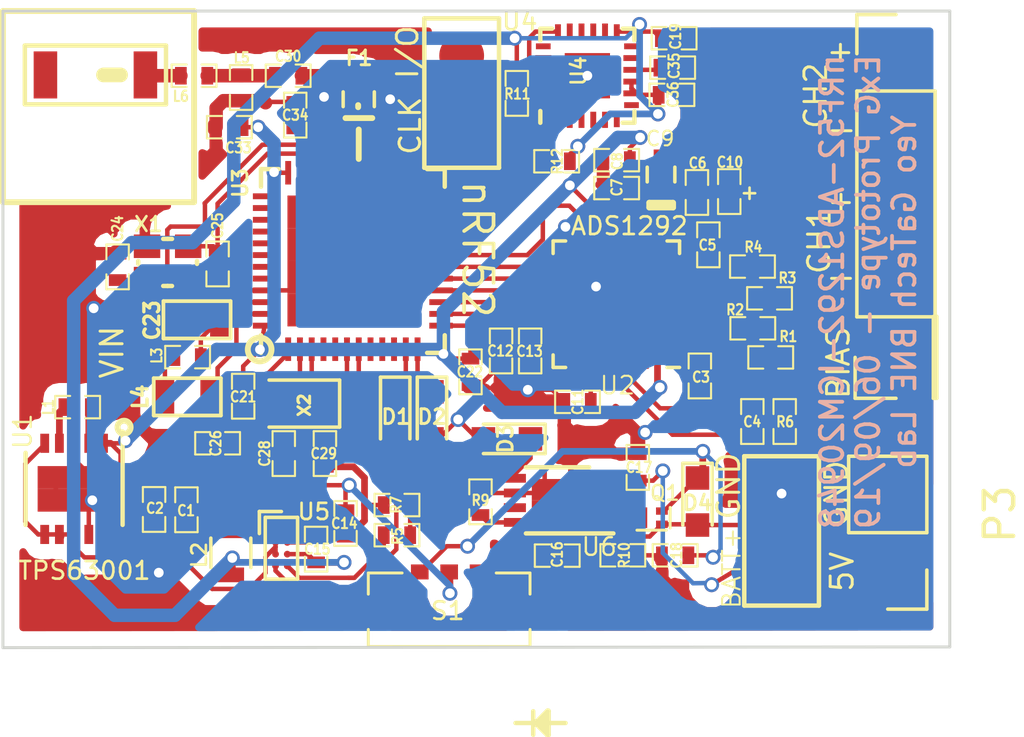
<source format=kicad_pcb>
(kicad_pcb (version 20171130) (host pcbnew "(5.0.0)")
  (layers (0 F.Cu signal) (31 B.Cu signal) (34 B.Paste user) (35 F.Paste user hide) (36 B.SilkS user) (37 F.SilkS user) (38 B.Mask user hide) (39 F.Mask user hide) (44 Edge.Cuts user))
  (net 0 "")
  (net 1 /DEC1)
  (net 2 /DEC2)
  (net 3 /RF)
  (net 4 /SPI_SCLK)
  (net 5 /SPI_~CS)
  (net 6 /SWDCLK)
  (net 7 /SWDIO)
  (net 8 /~DRDY)
  (net 9 "Net-(A1-Pad1)")
  (net 10 "Net-(A1-Pad2)")
  (net 11 "Net-(L3-Pad1)")
  (net 12 DVDD)
  (net 13 /DIN)
  (net 14 /DOUT)
  (net 15 /BIASIN)
  (net 16 /IN2)
  (net 17 /IN1)
  (net 18 VCC)
  (net 19 "Net-(C4-Pad1)")
  (net 20 "Net-(C30-Pad2)")
  (net 21 "Net-(L1-Pad1)")
  (net 22 "Net-(U3-Pad28)")
  (net 23 "Net-(U3-Pad27)")
  (net 24 "Net-(U3-Pad10)")
  (net 25 "Net-(U3-Pad4)")
  (net 26 "Net-(U3-Pad22)")
  (net 27 "Net-(U3-Pad21)")
  (net 28 "Net-(U3-Pad41)")
  (net 29 "Net-(U3-Pad42)")
  (net 30 "Net-(U3-Pad40)")
  (net 31 "Net-(U3-Pad43)")
  (net 32 "Net-(U3-Pad44)")
  (net 33 /LED2)
  (net 34 /LED3)
  (net 35 /~PWDN/RESET)
  (net 36 "Net-(U3-Pad5)")
  (net 37 "Net-(U3-Pad20)")
  (net 38 /IN1-)
  (net 39 /IN2-)
  (net 40 "Net-(C23-Pad1)")
  (net 41 "Net-(C24-Pad2)")
  (net 42 "Net-(C25-Pad2)")
  (net 43 "Net-(C28-Pad1)")
  (net 44 "Net-(C29-Pad1)")
  (net 45 "Net-(L4-Pad1)")
  (net 46 "Net-(U3-Pad29)")
  (net 47 "Net-(F1-Pad2)")
  (net 48 /DEC3)
  (net 49 "Net-(U3-Pad37)")
  (net 50 "Net-(U3-Pad38)")
  (net 51 "Net-(U3-Pad39)")
  (net 52 "Net-(C35-Pad1)")
  (net 53 /SDI)
  (net 54 /SCL)
  (net 55 DGND)
  (net 56 "Net-(C3-Pad1)")
  (net 57 "Net-(C3-Pad2)")
  (net 58 "Net-(C5-Pad1)")
  (net 59 "Net-(C5-Pad2)")
  (net 60 "Net-(C10-Pad2)")
  (net 61 "Net-(C9-Pad1)")
  (net 62 "Net-(C11-Pad1)")
  (net 63 "Net-(L1-Pad2)")
  (net 64 "Net-(R1-Pad1)")
  (net 65 "Net-(R2-Pad1)")
  (net 66 "Net-(R3-Pad1)")
  (net 67 "Net-(R4-Pad1)")
  (net 68 "Net-(U2-Pad17)")
  (net 69 "Net-(U2-Pad25)")
  (net 70 "Net-(U2-Pad26)")
  (net 71 /AIN_BAT_DIV_VOLTAGE)
  (net 72 "Net-(U3-Pad9)")
  (net 73 /LOAD_SW_CTRL)
  (net 74 5V_in_charge)
  (net 75 "Net-(D3-Pad1)")
  (net 76 "Net-(R9-Pad1)")
  (net 77 "Net-(U3-Pad8)")
  (net 78 "Net-(U6-Pad7)")
  (net 79 /BATT_IN)
  (net 80 VccSwitch)
  (net 81 "Net-(S1-Pad2)")
  (net 82 1.8V)
  (net 83 "Net-(L2-Pad1)")
  (net 84 "Net-(R5-Pad1)")
  (net 85 "Net-(U4-Pad1)")
  (net 86 "Net-(U4-Pad2)")
  (net 87 "Net-(U4-Pad3)")
  (net 88 "Net-(U4-Pad4)")
  (net 89 "Net-(U4-Pad5)")
  (net 90 "Net-(U4-Pad6)")
  (net 91 "Net-(U4-Pad7)")
  (net 92 "Net-(U4-Pad11)")
  (net 93 "Net-(U4-Pad12)")
  (net 94 "Net-(U4-Pad14)")
  (net 95 "Net-(U4-Pad15)")
  (net 96 "Net-(U4-Pad16)")
  (net 97 "Net-(U4-Pad17)")
  (net 98 "Net-(U4-Pad19)")
  (net 99 "Net-(U4-Pad21)")
  (module TPS62746:Texas_DSBGA-8_0.9x1.9mm_Layout2x4_P0.5mm (layer F.Cu) (at 275.370001 143.770001)
    (fp_text reference U5 (at 1.104999 -1.245001) (layer F.SilkS) (effects (font (size 0.55 0.55) (thickness 0.09))))
    (fp_text value TPS62746)
    (pad A2 smd circle (at 0.2 -0.6) (size 0.23 0.23) (layers F.Cu F.Mask) (net 18 VCC))
    (pad A1 smd circle (at -0.2 -0.6) (size 0.23 0.23) (layers F.Cu F.Mask) (net 83 "Net-(L2-Pad1)"))
    (pad B1 smd circle (at -0.2 -0.2) (size 0.23 0.23) (layers F.Cu F.Mask) (net 18 VCC))
    (pad B2 smd circle (at 0.2 -0.2) (size 0.23 0.23) (layers F.Cu F.Mask) (net 55 DGND))
    (pad C2 smd circle (at 0.2 0.2) (size 0.23 0.23) (layers F.Cu F.Mask) (net 82 1.8V))
    (pad C1 smd circle (at -0.2 0.2) (size 0.23 0.23) (layers F.Cu F.Mask) (net 18 VCC))
    (pad D1 smd circle (at -0.2 0.6) (size 0.23 0.23) (layers F.Cu F.Mask) (net 73 /LOAD_SW_CTRL))
    (pad D2 smd circle (at 0.2 0.6) (size 0.23 0.23) (layers F.Cu F.Mask) (net 84 "Net-(R5-Pad1)"))
  )
  (module SM0402 (layer F.Cu) (at 277.55 142.92542 270)
    (fp_text reference C14 (at 0 0.04) (layer F.SilkS) (effects (font (size 0.35052 0.3048) (thickness 0.07112))))
    (fp_text value 10uF hide)
    (pad 1 smd rect (at -0.44958 0 270) (size 0.39878 0.59944) (layers F.Cu F.Paste F.Mask) (net 18 VCC))
    (pad 2 smd rect (at 0.44958 0 270) (size 0.39878 0.59944) (layers F.Cu F.Paste F.Mask) (net 55 DGND))
  )
  (module SM0402 (layer F.Cu) (at 288.725 126.425)
    (fp_text reference C19 (at 0.05 -0.06 90) (layer F.SilkS) (effects (font (size 0.35052 0.3048) (thickness 0.07112))))
    (fp_text value 100nF hide)
    (pad 2 smd rect (at 0.44958 0) (size 0.39878 0.59944) (layers F.Cu F.Paste F.Mask) (net 55 DGND))
    (pad 1 smd rect (at -0.44958 0) (size 0.39878 0.59944) (layers F.Cu F.Paste F.Mask) (net 82 1.8V))
  )
  (module SSAJ120100 (layer F.Cu) (at 280.075 144.575)
    (fp_text reference S1 (at 0.95 1.325) (layer F.SilkS) (effects (font (size 0.6 0.6) (thickness 0.09))))
    (fp_text value SSAJ120100 hide)
    (pad 3 smd rect (at 1 0 90) (size 0.51 0.6) (layers F.Cu F.Paste F.Mask) (net 18 VCC))
    (pad 2 smd rect (at 2 0 90) (size 0.51 0.6) (layers F.Cu F.Paste F.Mask) (net 81 "Net-(S1-Pad2)"))
    (pad 1 smd rect (at 0 0 90) (size 0.51 0.6) (layers F.Cu F.Paste F.Mask) (net 80 VccSwitch))
    (pad 4 smd rect (at -2 1.355 90) (size 0.7 0.9) (layers F.Cu F.Paste F.Mask) (net 55 DGND))
    (pad 5 smd rect (at 4 1.355 90) (size 0.7 0.9) (layers F.Cu F.Paste F.Mask) (net 55 DGND))
  )
  (module Pin_Headers:Pin_Header_Straight_1x02_Pitch2.54mm (layer F.Cu) (at 295.99 144.51 180)
    (fp_text reference P3 (at -3.81 1.9 270) (layer F.SilkS))
    (fp_text value CONN_2)
    (pad 1 smd rect (at 0 0 180) (size 1.7 1.7) (layers F.Cu F.Paste F.Mask) (net 74 5V_in_charge))
    (pad 2 smd oval (at 0 2.54 180) (size 1.7 1.7) (layers F.Cu F.Paste F.Mask) (net 55 DGND))
  )
  (module Pin_Headers:Pin_Header_Straight_1x04_Pitch2.54mm (layer F.Cu) (at 296.27 126.95)
    (fp_text reference P5 hide)
    (fp_text value CONN_01X04)
    (pad 1 smd rect (at 0 0) (size 1.7 1.7) (layers F.Cu F.Paste F.Mask) (net 16 /IN2))
    (pad 2 smd oval (at 0 2.54) (size 1.7 1.7) (layers F.Cu F.Paste F.Mask) (net 39 /IN2-))
    (pad 3 smd oval (at 0 5.08) (size 1.7 1.7) (layers F.Cu F.Paste F.Mask) (net 17 /IN1))
    (pad 4 smd oval (at 0 7.62) (size 1.7 1.7) (layers F.Cu F.Paste F.Mask) (net 38 /IN1-))
  )
  (module SM0402 (layer F.Cu) (at 279.29958 143.325)
    (fp_text reference R5 (at 0.02 0.03 90) (layer F.SilkS) (effects (font (size 0.35052 0.3048) (thickness 0.07112))))
    (fp_text value 1M hide)
    (pad 1 smd rect (at -0.44958 0) (size 0.39878 0.59944) (layers F.Cu F.Paste F.Mask) (net 84 "Net-(R5-Pad1)"))
    (pad 2 smd rect (at 0.44958 0) (size 0.39878 0.59944) (layers F.Cu F.Paste F.Mask) (net 71 /AIN_BAT_DIV_VOLTAGE))
  )
  (module LEDs:LED_0603 (layer F.Cu) (at 289.52 142.18 270)
    (fp_text reference D4 (at 0.05 0) (layer F.SilkS) (effects (font (size 0.5 0.5) (thickness 0.1))))
    (fp_text value D_Schottky)
    (pad 2 smd rect (at 0.8 0 90) (size 0.8 0.8) (layers F.Cu F.Paste F.Mask) (net 74 5V_in_charge))
    (pad 1 smd rect (at -0.8 0 90) (size 0.8 0.8) (layers F.Cu F.Paste F.Mask) (net 80 VccSwitch))
  )
  (module SM0402 (layer F.Cu) (at 288.76 144.01)
    (fp_text reference C18 (at 0.05 0 90) (layer F.SilkS) (effects (font (size 0.35052 0.3048) (thickness 0.07112))))
    (fp_text value 1.0uF hide)
    (pad 1 smd rect (at -0.44958 0) (size 0.39878 0.59944) (layers F.Cu F.Paste F.Mask) (net 55 DGND))
    (pad 2 smd rect (at 0.44958 0) (size 0.39878 0.59944) (layers F.Cu F.Paste F.Mask) (net 80 VccSwitch))
  )
  (module SM0402 (layer F.Cu) (at 286.98 144.01)
    (fp_text reference R10 (at 0.05 0 90) (layer F.SilkS) (effects (font (size 0.35052 0.3048) (thickness 0.07112))))
    (fp_text value 100k hide)
    (pad 1 smd rect (at -0.44958 0) (size 0.39878 0.59944) (layers F.Cu F.Paste F.Mask) (net 74 5V_in_charge))
    (pad 2 smd rect (at 0.44958 0) (size 0.39878 0.59944) (layers F.Cu F.Paste F.Mask) (net 55 DGND))
  )
  (module SM0402 (layer F.Cu) (at 284.75 144.02 180)
    (fp_text reference C16 (at 0 0.04 270) (layer F.SilkS) (effects (font (size 0.35052 0.3048) (thickness 0.07112))))
    (fp_text value 4.7uF hide)
    (pad 1 smd rect (at -0.44958 0 180) (size 0.39878 0.59944) (layers F.Cu F.Paste F.Mask) (net 74 5V_in_charge))
    (pad 2 smd rect (at 0.44958 0 180) (size 0.39878 0.59944) (layers F.Cu F.Paste F.Mask) (net 55 DGND))
  )
  (module SM0402 (layer F.Cu) (at 282.14 142.19 90)
    (fp_text reference R9 (at 0.05 0 180) (layer F.SilkS) (effects (font (size 0.35052 0.3048) (thickness 0.07112))))
    (fp_text value 2k hide)
    (pad 1 smd rect (at -0.44958 0 90) (size 0.39878 0.59944) (layers F.Cu F.Paste F.Mask) (net 76 "Net-(R9-Pad1)"))
    (pad 2 smd rect (at 0.44958 0 90) (size 0.39878 0.59944) (layers F.Cu F.Paste F.Mask) (net 55 DGND))
  )
  (module SM0402 (layer F.Cu) (at 287.49 141.02 90)
    (fp_text reference C17 (at 0 0.04 180) (layer F.SilkS) (effects (font (size 0.35052 0.3048) (thickness 0.07112))))
    (fp_text value 4.7uF hide)
    (pad 1 smd rect (at -0.44958 0 90) (size 0.39878 0.59944) (layers F.Cu F.Paste F.Mask) (net 79 /BATT_IN))
    (pad 2 smd rect (at 0.44958 0 90) (size 0.39878 0.59944) (layers F.Cu F.Paste F.Mask) (net 55 DGND))
  )
  (module LEDs:LED_0603 (layer F.Cu) (at 283.04 140.05 180)
    (fp_text reference D3 (at 0.05 0 270) (layer F.SilkS) (effects (font (size 0.5 0.5) (thickness 0.1))))
    (fp_text value LED)
    (pad 2 smd rect (at 0.8 0) (size 0.8 0.8) (layers F.Cu F.Paste F.Mask) (net 12 DVDD))
    (pad 1 smd rect (at -0.8 0) (size 0.8 0.8) (layers F.Cu F.Paste F.Mask) (net 75 "Net-(D3-Pad1)"))
  )
  (module SM0402 (layer F.Cu) (at 281.8 137.77 270)
    (fp_text reference C22 (at 0 0.02) (layer F.SilkS) (effects (font (size 0.35052 0.3048) (thickness 0.07112))))
    (fp_text value 100nF hide)
    (pad 1 smd rect (at -0.44958 0 270) (size 0.39878 0.59944) (layers F.Cu F.Paste F.Mask) (net 12 DVDD))
    (pad 2 smd rect (at 0.44958 0 270) (size 0.39878 0.59944) (layers F.Cu F.Paste F.Mask) (net 55 DGND))
  )
  (module SM0402 (layer F.Cu) (at 279.29958 142.3)
    (fp_text reference R7 (at -0.03 -0.01 90) (layer F.SilkS) (effects (font (size 0.35052 0.3048) (thickness 0.07112))))
    (fp_text value 1M hide)
    (pad 1 smd rect (at -0.44958 0) (size 0.39878 0.59944) (layers F.Cu F.Paste F.Mask) (net 55 DGND))
    (pad 2 smd rect (at 0.44958 0) (size 0.39878 0.59944) (layers F.Cu F.Paste F.Mask) (net 71 /AIN_BAT_DIV_VOLTAGE))
  )
  (module SM0402 (layer F.Cu) (at 276.55 143.80042 90)
    (fp_text reference C15 (at 0 0.04 180) (layer F.SilkS) (effects (font (size 0.35052 0.3048) (thickness 0.07112))))
    (fp_text value 10uF hide)
    (pad 1 smd rect (at -0.44958 0 90) (size 0.39878 0.59944) (layers F.Cu F.Paste F.Mask) (net 82 1.8V))
    (pad 2 smd rect (at 0.44958 0 90) (size 0.39878 0.59944) (layers F.Cu F.Paste F.Mask) (net 55 DGND))
  )
  (module Housings_DFN_QFN:QFN-32-1EP_4x4mm_Pitch0.4mm (layer F.Cu) (at 286.76 135.47 180)
    (fp_text reference U2 (at -0.04 -2.76 180) (layer F.SilkS) (effects (font (size 0.6 0.6) (thickness 0.07))))
    (fp_text value ADS1291/2)
    (pad 1 smd oval (at -1.9 -1.4 180) (size 0.6 0.2) (layers F.Cu F.Paste F.Mask) (net 56 "Net-(C3-Pad1)"))
    (pad 2 smd rect (at -1.9 -1 180) (size 0.6 0.2) (layers F.Cu F.Paste F.Mask) (net 57 "Net-(C3-Pad2)"))
    (pad 3 smd rect (at -1.9 -0.6 180) (size 0.6 0.2) (layers F.Cu F.Paste F.Mask) (net 64 "Net-(R1-Pad1)"))
    (pad 4 smd rect (at -1.9 -0.2 180) (size 0.6 0.2) (layers F.Cu F.Paste F.Mask) (net 65 "Net-(R2-Pad1)"))
    (pad 5 smd rect (at -1.9 0.2 180) (size 0.6 0.2) (layers F.Cu F.Paste F.Mask) (net 66 "Net-(R3-Pad1)"))
    (pad 6 smd rect (at -1.9 0.6 180) (size 0.6 0.2) (layers F.Cu F.Paste F.Mask) (net 67 "Net-(R4-Pad1)"))
    (pad 7 smd rect (at -1.9 1 180) (size 0.6 0.2) (layers F.Cu F.Paste F.Mask) (net 58 "Net-(C5-Pad1)"))
    (pad 8 smd oval (at -1.9 1.4 180) (size 0.6 0.2) (layers F.Cu F.Paste F.Mask) (net 59 "Net-(C5-Pad2)"))
    (pad 9 smd oval (at -1.4 1.9 270) (size 0.6 0.2) (layers F.Cu F.Paste F.Mask) (net 60 "Net-(C10-Pad2)"))
    (pad 10 smd rect (at -1 1.9 270) (size 0.6 0.2) (layers F.Cu F.Paste F.Mask) (net 55 DGND))
    (pad 11 smd rect (at -0.6 1.9 270) (size 0.6 0.2) (layers F.Cu F.Paste F.Mask) (net 61 "Net-(C9-Pad1)"))
    (pad 12 smd rect (at -0.2 1.9 270) (size 0.6 0.2) (layers F.Cu F.Paste F.Mask) (net 12 DVDD))
    (pad 13 smd rect (at 0.2 1.9 270) (size 0.6 0.2) (layers F.Cu F.Paste F.Mask) (net 55 DGND))
    (pad 14 smd rect (at 0.6 1.9 270) (size 0.6 0.2) (layers F.Cu F.Paste F.Mask) (net 12 DVDD))
    (pad 15 smd rect (at 1 1.9 270) (size 0.6 0.2) (layers F.Cu F.Paste F.Mask) (net 35 /~PWDN/RESET))
    (pad 16 smd oval (at 1.4 1.9 270) (size 0.6 0.2) (layers F.Cu F.Paste F.Mask) (net 55 DGND))
    (pad 17 smd oval (at 1.9 1.4 180) (size 0.6 0.2) (layers F.Cu F.Paste F.Mask) (net 68 "Net-(U2-Pad17)"))
    (pad 18 smd rect (at 1.9 1 180) (size 0.6 0.2) (layers F.Cu F.Paste F.Mask) (net 5 /SPI_~CS))
    (pad 19 smd rect (at 1.9 0.6 180) (size 0.6 0.2) (layers F.Cu F.Paste F.Mask) (net 13 /DIN))
    (pad 20 smd rect (at 1.9 0.2 180) (size 0.6 0.2) (layers F.Cu F.Paste F.Mask) (net 4 /SPI_SCLK))
    (pad 21 smd rect (at 1.9 -0.2 180) (size 0.6 0.2) (layers F.Cu F.Paste F.Mask) (net 14 /DOUT))
    (pad 22 smd rect (at 1.9 -0.6 180) (size 0.6 0.2) (layers F.Cu F.Paste F.Mask) (net 8 /~DRDY))
    (pad 23 smd rect (at 1.9 -1 180) (size 0.6 0.2) (layers F.Cu F.Paste F.Mask) (net 12 DVDD))
    (pad 24 smd oval (at 1.9 -1.4 180) (size 0.6 0.2) (layers F.Cu F.Paste F.Mask) (net 55 DGND))
    (pad 25 smd oval (at 1.4 -1.9 270) (size 0.6 0.2) (layers F.Cu F.Paste F.Mask) (net 69 "Net-(U2-Pad25)"))
    (pad 26 smd rect (at 1 -1.9 270) (size 0.6 0.2) (layers F.Cu F.Paste F.Mask) (net 70 "Net-(U2-Pad26)"))
    (pad 27 smd rect (at 0.6 -1.9 270) (size 0.6 0.2) (layers F.Cu F.Paste F.Mask) (net 62 "Net-(C11-Pad1)"))
    (pad 28 smd rect (at 0.2 -1.9 270) (size 0.6 0.2) (layers F.Cu F.Paste F.Mask) (net 19 "Net-(C4-Pad1)"))
    (pad 29 smd rect (at -0.2 -1.9 270) (size 0.6 0.2) (layers F.Cu F.Paste F.Mask) (net 15 /BIASIN))
    (pad 30 smd rect (at -0.6 -1.9 270) (size 0.6 0.2) (layers F.Cu F.Paste F.Mask) (net 15 /BIASIN))
    (pad 31 smd rect (at -1 -1.9 270) (size 0.6 0.2) (layers F.Cu F.Paste F.Mask) (net 12 DVDD))
    (pad 32 smd oval (at -1.4 -1.9 270) (size 0.6 0.2) (layers F.Cu F.Paste F.Mask) (net 12 DVDD))
    (pad 33 smd rect (at 0.6625 0.6625 180) (size 1.325 1.325) (layers F.Cu F.Paste F.Mask) (net 55 DGND))
    (pad 33 smd rect (at 0.6625 -0.6625 180) (size 1.325 1.325) (layers F.Cu F.Paste F.Mask) (net 55 DGND))
    (pad 33 smd rect (at -0.6625 0.6625 180) (size 1.325 1.325) (layers F.Cu F.Paste F.Mask) (net 55 DGND))
    (pad 33 smd rect (at -0.6625 -0.6625 180) (size 1.325 1.325) (layers F.Cu F.Paste F.Mask) (net 55 DGND))
  )
  (module SM0402 (layer F.Cu) (at 289.89 133.45 90)
    (fp_text reference C5 (at -0.01 -0.03 180) (layer F.SilkS) (effects (font (size 0.35052 0.3048) (thickness 0.07112))))
    (fp_text value "4.7 nF" hide)
    (pad 1 smd rect (at -0.44958 0 90) (size 0.39878 0.59944) (layers F.Cu F.Paste F.Mask) (net 58 "Net-(C5-Pad1)"))
    (pad 2 smd rect (at 0.44958 0 90) (size 0.39878 0.59944) (layers F.Cu F.Paste F.Mask) (net 59 "Net-(C5-Pad2)"))
  )
  (module SM0402 (layer F.Cu) (at 289.6 137.91 90)
    (fp_text reference C3 (at -0.04 0.04 180) (layer F.SilkS) (effects (font (size 0.35052 0.3048) (thickness 0.07112))))
    (fp_text value "4.7 nF" hide)
    (pad 1 smd rect (at -0.44958 0 90) (size 0.39878 0.59944) (layers F.Cu F.Paste F.Mask) (net 56 "Net-(C3-Pad1)"))
    (pad 2 smd rect (at 0.44958 0 90) (size 0.39878 0.59944) (layers F.Cu F.Paste F.Mask) (net 57 "Net-(C3-Pad2)"))
  )
  (module SM0402 (layer F.Cu) (at 283.83 137.06 270)
    (fp_text reference C13 (at 0.01 0.02) (layer F.SilkS) (effects (font (size 0.35052 0.3048) (thickness 0.07112))))
    (fp_text value 1uF hide)
    (pad 1 smd rect (at -0.44958 0 270) (size 0.39878 0.59944) (layers F.Cu F.Paste F.Mask) (net 12 DVDD))
    (pad 2 smd rect (at 0.44958 0 270) (size 0.39878 0.59944) (layers F.Cu F.Paste F.Mask) (net 55 DGND))
  )
  (module SM0402 (layer F.Cu) (at 282.84 137.06 270)
    (fp_text reference C12 (at 0 0.02) (layer F.SilkS) (effects (font (size 0.35052 0.3048) (thickness 0.07112))))
    (fp_text value 0.1uF hide)
    (pad 1 smd rect (at -0.44958 0 270) (size 0.39878 0.59944) (layers F.Cu F.Paste F.Mask) (net 12 DVDD))
    (pad 2 smd rect (at 0.44958 0 270) (size 0.39878 0.59944) (layers F.Cu F.Paste F.Mask) (net 55 DGND))
  )
  (module SM0402 (layer F.Cu) (at 286.77 130.57)
    (fp_text reference C8 (at 0.02 0.04 90) (layer F.SilkS) (effects (font (size 0.35052 0.3048) (thickness 0.07112))))
    (fp_text value 1uF hide)
    (pad 1 smd rect (at -0.44958 0) (size 0.39878 0.59944) (layers F.Cu F.Paste F.Mask) (net 55 DGND))
    (pad 2 smd rect (at 0.44958 0) (size 0.39878 0.59944) (layers F.Cu F.Paste F.Mask) (net 12 DVDD))
  )
  (module SM0402 (layer F.Cu) (at 290.6 131.64 270)
    (fp_text reference C10 (at -1 -0.025) (layer F.SilkS) (effects (font (size 0.35052 0.3048) (thickness 0.07112))))
    (fp_text value 10uF hide)
    (pad 1 smd rect (at -0.44958 0 270) (size 0.39878 0.59944) (layers F.Cu F.Paste F.Mask) (net 55 DGND))
    (pad 2 smd rect (at 0.44958 0 270) (size 0.39878 0.59944) (layers F.Cu F.Paste F.Mask) (net 60 "Net-(C10-Pad2)"))
  )
  (module SM0402 (layer F.Cu) (at 286.77 131.52)
    (fp_text reference C7 (at 0.01 -0.02 90) (layer F.SilkS) (effects (font (size 0.35052 0.3048) (thickness 0.07112))))
    (fp_text value 0.1uF hide)
    (pad 1 smd rect (at -0.44958 0) (size 0.39878 0.59944) (layers F.Cu F.Paste F.Mask) (net 55 DGND))
    (pad 2 smd rect (at 0.44958 0) (size 0.39878 0.59944) (layers F.Cu F.Paste F.Mask) (net 12 DVDD))
  )
  (module Housings_DFN_QFN:DFN-10-1EP_3x3mm_Pitch0.5mm (layer F.Cu) (at 268.32 141.75 270)
    (fp_text reference U1 (at -1.96 1.75 270) (layer F.SilkS) (effects (font (size 0.6 0.6) (thickness 0.08))))
    (fp_text value TPS63001)
    (pad 1 smd rect (at -1.55 -1 270) (size 0.65 0.3) (layers F.Cu F.Paste F.Mask) (net 12 DVDD))
    (pad 2 smd rect (at -1.55 -0.5 270) (size 0.65 0.3) (layers F.Cu F.Paste F.Mask) (net 63 "Net-(L1-Pad2)"))
    (pad 3 smd rect (at -1.55 0 270) (size 0.65 0.3) (layers F.Cu F.Paste F.Mask) (net 55 DGND))
    (pad 4 smd rect (at -1.55 0.5 270) (size 0.65 0.3) (layers F.Cu F.Paste F.Mask) (net 21 "Net-(L1-Pad1)"))
    (pad 5 smd rect (at -1.55 1 270) (size 0.65 0.3) (layers F.Cu F.Paste F.Mask) (net 18 VCC))
    (pad 6 smd rect (at 1.55 1 270) (size 0.65 0.3) (layers F.Cu F.Paste F.Mask) (net 18 VCC))
    (pad 7 smd rect (at 1.55 0.5 270) (size 0.65 0.3) (layers F.Cu F.Paste F.Mask) (net 18 VCC))
    (pad 8 smd rect (at 1.55 0 270) (size 0.65 0.3) (layers F.Cu F.Paste F.Mask) (net 18 VCC))
    (pad 9 smd rect (at 1.55 -0.5 270) (size 0.65 0.3) (layers F.Cu F.Paste F.Mask) (net 55 DGND))
    (pad 10 smd rect (at 1.55 -1 270) (size 0.65 0.3) (layers F.Cu F.Paste F.Mask) (net 12 DVDD))
    (pad 11 smd rect (at 0.3875 0.62 270) (size 0.775 1.24) (layers F.Cu F.Paste F.Mask) (net 55 DGND))
    (pad 11 smd rect (at 0.3875 -0.62 270) (size 0.775 1.24) (layers F.Cu F.Paste F.Mask) (net 55 DGND))
    (pad 11 smd rect (at -0.3875 0.62 270) (size 0.775 1.24) (layers F.Cu F.Paste F.Mask) (net 55 DGND))
    (pad 11 smd rect (at -0.3875 -0.62 270) (size 0.775 1.24) (layers F.Cu F.Paste F.Mask) (net 55 DGND))
  )
  (module SM0402 (layer F.Cu) (at 268.44 138.97)
    (fp_text reference L1 (at -1 0 90) (layer F.SilkS) (effects (font (size 0.35052 0.3048) (thickness 0.07112))))
    (fp_text value 2.20µH hide)
    (pad 1 smd rect (at -0.44958 0) (size 0.39878 0.59944) (layers F.Cu F.Paste F.Mask) (net 21 "Net-(L1-Pad1)"))
    (pad 2 smd rect (at 0.44958 0) (size 0.39878 0.59944) (layers F.Cu F.Paste F.Mask) (net 63 "Net-(L1-Pad2)"))
  )
  (module SM0402 (layer F.Cu) (at 291.385 139.46 90)
    (fp_text reference C4 (at -0.01 -0.005 180) (layer F.SilkS) (effects (font (size 0.35052 0.3048) (thickness 0.07112))))
    (fp_text value 1.0nF-1.5nF hide)
    (pad 1 smd rect (at -0.44958 0 90) (size 0.39878 0.59944) (layers F.Cu F.Paste F.Mask) (net 19 "Net-(C4-Pad1)"))
    (pad 2 smd rect (at 0.44958 0 90) (size 0.39878 0.59944) (layers F.Cu F.Paste F.Mask) (net 15 /BIASIN))
  )
  (module SM0402 (layer F.Cu) (at 274.07 138.6 90)
    (fp_text reference C21 (at -0.02 0 180) (layer F.SilkS) (effects (font (size 0.35052 0.3048) (thickness 0.07112))))
    (fp_text value 4.7µF hide)
    (pad 1 smd rect (at -0.44958 0 90) (size 0.39878 0.59944) (layers F.Cu F.Paste F.Mask) (net 55 DGND))
    (pad 2 smd rect (at 0.44958 0 90) (size 0.39878 0.59944) (layers F.Cu F.Paste F.Mask) (net 12 DVDD))
  )
  (module SM0402 (layer F.Cu) (at 284.73 130.61 180)
    (fp_text reference R12 (at -0.02 0 270) (layer F.SilkS) (effects (font (size 0.35052 0.3048) (thickness 0.07112))))
    (fp_text value 10k hide)
    (pad 1 smd rect (at -0.44958 0 180) (size 0.39878 0.59944) (layers F.Cu F.Paste F.Mask) (net 82 1.8V))
    (pad 2 smd rect (at 0.44958 0 180) (size 0.39878 0.59944) (layers F.Cu F.Paste F.Mask) (net 53 /SDI))
  )
  (module SM0402 (layer F.Cu) (at 283.375 128.30042 270)
    (fp_text reference R11 (at 0.02 -0.02) (layer F.SilkS) (effects (font (size 0.35052 0.3048) (thickness 0.07112))))
    (fp_text value 10k hide)
    (pad 1 smd rect (at -0.44958 0 270) (size 0.39878 0.59944) (layers F.Cu F.Paste F.Mask) (net 82 1.8V))
    (pad 2 smd rect (at 0.44958 0 270) (size 0.39878 0.59944) (layers F.Cu F.Paste F.Mask) (net 54 /SCL))
  )
  (module SM0402 (layer F.Cu) (at 288.64958 128.35)
    (fp_text reference C36 (at 0.04 -0.01 90) (layer F.SilkS) (effects (font (size 0.35052 0.3048) (thickness 0.07112))))
    (fp_text value 100nF hide)
    (pad 1 smd rect (at -0.44958 0) (size 0.39878 0.59944) (layers F.Cu F.Paste F.Mask) (net 82 1.8V))
    (pad 2 smd rect (at 0.44958 0) (size 0.39878 0.59944) (layers F.Cu F.Paste F.Mask) (net 55 DGND))
  )
  (module SM0402 (layer F.Cu) (at 288.675 127.425)
    (fp_text reference C35 (at 0.05 -0.06 -270) (layer F.SilkS) (effects (font (size 0.35052 0.3048) (thickness 0.07112))))
    (fp_text value 100nF hide)
    (pad 1 smd rect (at -0.44958 0) (size 0.39878 0.59944) (layers F.Cu F.Paste F.Mask) (net 52 "Net-(C35-Pad1)"))
    (pad 2 smd rect (at 0.44958 0) (size 0.39878 0.59944) (layers F.Cu F.Paste F.Mask) (net 55 DGND))
  )
  (module Resistors_SMD:R_0402 (layer F.Cu) (at 278 128.5 90)
    (fp_text reference F1 (at 1.4 0.01 180) (layer F.SilkS) (effects (font (size 0.5 0.5) (thickness 0.1))))
    (fp_text value 2450FM07A0029)
    (pad 1 smd rect (at 0 0.3265 90) (size 0.3 0.7) (layers F.Cu F.Paste F.Mask) (net 55 DGND))
    (pad 2 smd rect (at -0.6125 0 90) (size 0.6 0.6) (layers F.Cu F.Paste F.Mask) (net 47 "Net-(F1-Pad2)"))
    (pad 4 smd rect (at 0.6125 0 90) (size 0.6 0.6) (layers F.Cu F.Paste F.Mask) (net 3 /RF))
    (pad 3 smd rect (at 0 -0.3625 90) (size 0.3 0.7) (layers F.Cu F.Paste F.Mask) (net 55 DGND))
  )
  (module SM0402 (layer F.Cu) (at 275.84 129.04 90)
    (fp_text reference C34 (at 0 0 180) (layer F.SilkS) (effects (font (size 0.35052 0.3048) (thickness 0.07112))))
    (fp_text value 100pF hide)
    (pad 1 smd rect (at -0.44958 0 90) (size 0.39878 0.59944) (layers F.Cu F.Paste F.Mask) (net 48 /DEC3))
    (pad 2 smd rect (at 0.44958 0 90) (size 0.39878 0.59944) (layers F.Cu F.Paste F.Mask) (net 55 DGND))
  )
  (module SM0402 (layer F.Cu) (at 273.6 129.45)
    (fp_text reference C33 (at 0.31 0.7) (layer F.SilkS) (effects (font (size 0.35052 0.3048) (thickness 0.07112))))
    (fp_text value 100nF hide)
    (pad 1 smd rect (at -0.44958 0) (size 0.39878 0.59944) (layers F.Cu F.Paste F.Mask) (net 55 DGND))
    (pad 2 smd rect (at 0.44958 0) (size 0.39878 0.59944) (layers F.Cu F.Paste F.Mask) (net 12 DVDD))
  )
  (module PIN_ARRAY_2X1 (layer F.Cu) (at 281.5 128.29 90)
    (fp_text reference P2 hide)
    (fp_text value CONN_2 hide)
    (pad 1 smd rect (at -1.27 0 90) (size 1.524 1.524) (layers F.Cu F.Paste F.Mask) (net 6 /SWDCLK))
    (pad 2 smd circle (at 1.27 0 90) (size 1.524 1.524) (layers F.Cu F.Paste F.Mask) (net 7 /SWDIO))
  )
  (module LEDs:LED_0603 (layer F.Cu) (at 280.49 139.25 270)
    (fp_text reference D2 (at 0.05 0) (layer F.SilkS) (effects (font (size 0.5 0.5) (thickness 0.1))))
    (fp_text value LED)
    (pad 2 smd rect (at 0.8 0 90) (size 0.8 0.8) (layers F.Cu F.Paste F.Mask) (net 12 DVDD))
    (pad 1 smd rect (at -0.8 0 90) (size 0.8 0.8) (layers F.Cu F.Paste F.Mask) (net 34 /LED3))
  )
  (module SM0402 (layer F.Cu) (at 285.44 138.79 180)
    (fp_text reference C11 (at -0.01 0 270) (layer F.SilkS) (effects (font (size 0.35052 0.3048) (thickness 0.07112))))
    (fp_text value 1uF hide)
    (pad 1 smd rect (at -0.44958 0 180) (size 0.39878 0.59944) (layers F.Cu F.Paste F.Mask) (net 62 "Net-(C11-Pad1)"))
    (pad 2 smd rect (at 0.44958 0 180) (size 0.39878 0.59944) (layers F.Cu F.Paste F.Mask) (net 55 DGND))
  )
  (module SM0402 (layer F.Cu) (at 289.5 131.67 270)
    (fp_text reference C6 (at -1 -0.025) (layer F.SilkS) (effects (font (size 0.35052 0.3048) (thickness 0.07112))))
    (fp_text value 0.1uF hide)
    (pad 1 smd rect (at -0.44958 0 270) (size 0.39878 0.59944) (layers F.Cu F.Paste F.Mask) (net 55 DGND))
    (pad 2 smd rect (at 0.44958 0 270) (size 0.39878 0.59944) (layers F.Cu F.Paste F.Mask) (net 60 "Net-(C10-Pad2)"))
  )
  (module SM0402 (layer F.Cu) (at 271.04 142.45 90)
    (fp_text reference C2 (at 0.04 0.03) (layer F.SilkS) (effects (font (size 0.35052 0.3048) (thickness 0.07112))))
    (fp_text value 22uF hide)
    (pad 1 smd rect (at -0.44958 0 90) (size 0.39878 0.59944) (layers F.Cu F.Paste F.Mask) (net 12 DVDD))
    (pad 2 smd rect (at 0.44958 0 90) (size 0.39878 0.59944) (layers F.Cu F.Paste F.Mask) (net 55 DGND))
  )
  (module SM0402 (layer F.Cu) (at 272.14 142.46 90)
    (fp_text reference C1 (at -0.03 -0.01 180) (layer F.SilkS) (effects (font (size 0.35052 0.3048) (thickness 0.07112))))
    (fp_text value 10uF hide)
    (pad 1 smd rect (at -0.44958 0 90) (size 0.39878 0.59944) (layers F.Cu F.Paste F.Mask) (net 18 VCC))
    (pad 2 smd rect (at 0.44958 0 90) (size 0.39878 0.59944) (layers F.Cu F.Paste F.Mask) (net 55 DGND))
  )
  (module SM0402 (layer F.Cu) (at 292.485 139.46 90)
    (fp_text reference R6 (at -0.01 0.015 180) (layer F.SilkS) (effects (font (size 0.35052 0.3048) (thickness 0.07112))))
    (fp_text value 1MΩ hide)
    (pad 1 smd rect (at -0.44958 0 90) (size 0.39878 0.59944) (layers F.Cu F.Paste F.Mask) (net 19 "Net-(C4-Pad1)"))
    (pad 2 smd rect (at 0.44958 0 90) (size 0.39878 0.59944) (layers F.Cu F.Paste F.Mask) (net 15 /BIASIN))
  )
  (module SM0402 (layer F.Cu) (at 291.39 134.19)
    (fp_text reference R4 (at 0.03 -0.66 180) (layer F.SilkS) (effects (font (size 0.35052 0.3048) (thickness 0.07112))))
    (fp_text value 30k hide)
    (pad 1 smd rect (at -0.44958 0) (size 0.39878 0.59944) (layers F.Cu F.Paste F.Mask) (net 67 "Net-(R4-Pad1)"))
    (pad 2 smd rect (at 0.44958 0) (size 0.39878 0.59944) (layers F.Cu F.Paste F.Mask) (net 16 /IN2))
  )
  (module SM0402 (layer F.Cu) (at 291.97 135.27)
    (fp_text reference R3 (at 0.61 -0.69 180) (layer F.SilkS) (effects (font (size 0.35052 0.3048) (thickness 0.07112))))
    (fp_text value 30k hide)
    (pad 1 smd rect (at -0.44958 0) (size 0.39878 0.59944) (layers F.Cu F.Paste F.Mask) (net 66 "Net-(R3-Pad1)"))
    (pad 2 smd rect (at 0.44958 0) (size 0.39878 0.59944) (layers F.Cu F.Paste F.Mask) (net 39 /IN2-))
  )
  (module SM0402 (layer F.Cu) (at 291.4 136.29)
    (fp_text reference R2 (at -0.6 -0.63 180) (layer F.SilkS) (effects (font (size 0.35052 0.3048) (thickness 0.07112))))
    (fp_text value 30k hide)
    (pad 1 smd rect (at -0.44958 0) (size 0.39878 0.59944) (layers F.Cu F.Paste F.Mask) (net 65 "Net-(R2-Pad1)"))
    (pad 2 smd rect (at 0.44958 0) (size 0.39878 0.59944) (layers F.Cu F.Paste F.Mask) (net 17 /IN1))
  )
  (module SM0402 (layer F.Cu) (at 292.01 137.28)
    (fp_text reference R1 (at 0.6 -0.71 180) (layer F.SilkS) (effects (font (size 0.35052 0.3048) (thickness 0.07112))))
    (fp_text value 30k hide)
    (pad 1 smd rect (at -0.44958 0) (size 0.39878 0.59944) (layers F.Cu F.Paste F.Mask) (net 64 "Net-(R1-Pad1)"))
    (pad 2 smd rect (at 0.44958 0) (size 0.39878 0.59944) (layers F.Cu F.Paste F.Mask) (net 38 /IN1-))
  )
  (module LEDs:LED_0603 (layer F.Cu) (at 279.24 139.25 270)
    (fp_text reference D1 (at 0.05 -0.025) (layer F.SilkS) (effects (font (size 0.5 0.5) (thickness 0.1))))
    (fp_text value LED)
    (pad 2 smd rect (at 0.8 0 90) (size 0.8 0.8) (layers F.Cu F.Paste F.Mask) (net 12 DVDD))
    (pad 1 smd rect (at -0.8 0 90) (size 0.8 0.8) (layers F.Cu F.Paste F.Mask) (net 33 /LED2))
  )
  (module PIN_ARRAY_2X1 (layer F.Cu) (at 292.38 143.18 90)
    (fp_text reference P1 hide)
    (fp_text value CONN_2 hide)
    (pad 1 smd rect (at -1.27 0 90) (size 1.524 1.524) (layers F.Cu F.Paste F.Mask) (net 79 /BATT_IN))
    (pad 2 smd circle (at 1.27 0 90) (size 1.524 1.524) (layers F.Cu F.Paste F.Mask) (net 55 DGND))
  )
  (module SM0603 (layer F.Cu) (at 272.17 138.62 180)
    (fp_text reference L4 (at 1.6 0 270) (layer F.SilkS) (effects (font (size 0.508 0.4572) (thickness 0.1143))))
    (fp_text value 10uH hide)
    (pad 1 smd rect (at -0.762 0 180) (size 0.635 1.143) (layers F.Cu F.Paste F.Mask) (net 45 "Net-(L4-Pad1)"))
    (pad 2 smd rect (at 0.762 0 180) (size 0.635 1.143) (layers F.Cu F.Paste F.Mask) (net 11 "Net-(L3-Pad1)"))
  )
  (module CRYSTAL-SMD-2.0MMx1.6MM (layer F.Cu) (at 271.5 134.05)
    (fp_text reference X1 (at -0.65 -1.3) (layer F.SilkS) (effects (font (size 0.5 0.5) (thickness 0.092))))
    (fp_text value Crystal_GND24 hide)
    (pad 4 smd rect (at -0.7 -0.55) (size 0.9 0.8) (layers F.Cu F.Paste F.Mask) (net 55 DGND))
    (pad 3 smd rect (at 0.7 -0.55) (size 0.9 0.8) (layers F.Cu F.Paste F.Mask) (net 42 "Net-(C25-Pad2)"))
    (pad 1 smd rect (at -0.7 0.55) (size 0.9 0.8) (layers F.Cu F.Paste F.Mask) (net 41 "Net-(C24-Pad2)"))
    (pad 2 smd rect (at 0.7 0.55) (size 0.9 0.8) (layers F.Cu F.Paste F.Mask) (net 55 DGND))
  )
  (module SM0402 (layer F.Cu) (at 275.45 140.55 270)
    (fp_text reference C28 (at 0 0.65 90) (layer F.SilkS) (effects (font (size 0.35052 0.3048) (thickness 0.07112))))
    (fp_text value 12pF hide)
    (pad 1 smd rect (at -0.44958 0 270) (size 0.39878 0.59944) (layers F.Cu F.Paste F.Mask) (net 43 "Net-(C28-Pad1)"))
    (pad 2 smd rect (at 0.44958 0 270) (size 0.39878 0.59944) (layers F.Cu F.Paste F.Mask) (net 55 DGND))
  )
  (module SM0402 (layer F.Cu) (at 273.2 140.2 180)
    (fp_text reference C26 (at 0.06 0 270) (layer F.SilkS) (effects (font (size 0.35052 0.3048) (thickness 0.07112))))
    (fp_text value 100nF hide)
    (pad 1 smd rect (at -0.44958 0 180) (size 0.39878 0.59944) (layers F.Cu F.Paste F.Mask) (net 1 /DEC1))
    (pad 2 smd rect (at 0.44958 0 180) (size 0.39878 0.59944) (layers F.Cu F.Paste F.Mask) (net 55 DGND))
  )
  (module SM0402 (layer F.Cu) (at 269.8 134.2 270)
    (fp_text reference C24 (at -1.3 0 270) (layer F.SilkS) (effects (font (size 0.35052 0.3048) (thickness 0.07112))))
    (fp_text value 12pF hide)
    (pad 1 smd rect (at -0.44958 0 270) (size 0.39878 0.59944) (layers F.Cu F.Paste F.Mask) (net 55 DGND))
    (pad 2 smd rect (at 0.44958 0 270) (size 0.39878 0.59944) (layers F.Cu F.Paste F.Mask) (net 41 "Net-(C24-Pad2)"))
  )
  (module SM0402 (layer F.Cu) (at 273.2 134.1 90)
    (fp_text reference C25 (at 1.3 0 90) (layer F.SilkS) (effects (font (size 0.35052 0.3048) (thickness 0.07112))))
    (fp_text value 12pF hide)
    (pad 1 smd rect (at -0.44958 0 90) (size 0.39878 0.59944) (layers F.Cu F.Paste F.Mask) (net 55 DGND))
    (pad 2 smd rect (at 0.44958 0 90) (size 0.39878 0.59944) (layers F.Cu F.Paste F.Mask) (net 42 "Net-(C25-Pad2)"))
  )
  (module SM0402 (layer F.Cu) (at 276.85 140.55 270)
    (fp_text reference C29 (at 0 0.04 180) (layer F.SilkS) (effects (font (size 0.35052 0.3048) (thickness 0.07112))))
    (fp_text value 12pF hide)
    (pad 1 smd rect (at -0.44958 0 270) (size 0.39878 0.59944) (layers F.Cu F.Paste F.Mask) (net 44 "Net-(C29-Pad1)"))
    (pad 2 smd rect (at 0.44958 0 270) (size 0.39878 0.59944) (layers F.Cu F.Paste F.Mask) (net 55 DGND))
  )
  (module JTI-2450AT18A100-CHIP-ANT (layer F.Cu) (at 269.045 127.673 180)
    (fp_text reference A1 hide)
    (fp_text value CHIP-ANT hide)
    (pad 1 smd rect (at -1.7 0 180) (size 0.8 1.6) (layers F.Cu F.Paste F.Mask) (net 9 "Net-(A1-Pad1)"))
    (pad 2 smd rect (at 1.7 0 180) (size 0.8 1.6) (layers F.Cu F.Paste F.Mask) (net 10 "Net-(A1-Pad2)"))
  )
  (module SM0402 (layer F.Cu) (at 272.4 127.7 180)
    (fp_text reference L6 (at 0.45 -0.7 180) (layer F.SilkS) (effects (font (size 0.35052 0.3048) (thickness 0.07112))))
    (fp_text value 3.9nH hide)
    (pad 1 smd rect (at -0.44958 0 180) (size 0.39878 0.59944) (layers F.Cu F.Paste F.Mask) (net 20 "Net-(C30-Pad2)"))
    (pad 2 smd rect (at 0.44958 0 180) (size 0.39878 0.59944) (layers F.Cu F.Paste F.Mask) (net 9 "Net-(A1-Pad1)"))
  )
  (module SM0402 (layer F.Cu) (at 274 128.1 270)
    (fp_text reference L5 (at -1.01 -0.02) (layer F.SilkS) (effects (font (size 0.35052 0.3048) (thickness 0.07112))))
    (fp_text value 2.7nH hide)
    (pad 1 smd rect (at -0.44958 0 270) (size 0.39878 0.59944) (layers F.Cu F.Paste F.Mask) (net 20 "Net-(C30-Pad2)"))
    (pad 2 smd rect (at 0.44958 0 270) (size 0.39878 0.59944) (layers F.Cu F.Paste F.Mask) (net 55 DGND))
  )
  (module SM0402 (layer F.Cu) (at 275.6 127.7 180)
    (fp_text reference C30 (at 0 0.66 180) (layer F.SilkS) (effects (font (size 0.35052 0.3048) (thickness 0.07112))))
    (fp_text value 1.0pF hide)
    (pad 1 smd rect (at -0.44958 0 180) (size 0.39878 0.59944) (layers F.Cu F.Paste F.Mask) (net 3 /RF))
    (pad 2 smd rect (at 0.44958 0 180) (size 0.39878 0.59944) (layers F.Cu F.Paste F.Mask) (net 20 "Net-(C30-Pad2)"))
  )
  (module SM0402 (layer F.Cu) (at 272.18 137.27)
    (fp_text reference L3 (at -1.05 -0.05 90) (layer F.SilkS) (effects (font (size 0.35052 0.3048) (thickness 0.07112))))
    (fp_text value 15nH hide)
    (pad 1 smd rect (at -0.44958 0) (size 0.39878 0.59944) (layers F.Cu F.Paste F.Mask) (net 11 "Net-(L3-Pad1)"))
    (pad 2 smd rect (at 0.44958 0) (size 0.39878 0.59944) (layers F.Cu F.Paste F.Mask) (net 40 "Net-(C23-Pad1)"))
  )
  (module SM0603 (layer F.Cu) (at 272.5 136 180)
    (fp_text reference C23 (at 1.53 -0.02 270) (layer F.SilkS) (effects (font (size 0.508 0.4572) (thickness 0.1143))))
    (fp_text value 1.0µF hide)
    (pad 1 smd rect (at -0.762 0 180) (size 0.635 1.143) (layers F.Cu F.Paste F.Mask) (net 40 "Net-(C23-Pad1)"))
    (pad 2 smd rect (at 0.762 0 180) (size 0.635 1.143) (layers F.Cu F.Paste F.Mask) (net 55 DGND))
  )
  (module Pin_Headers:Pin_Header_Straight_1x01_Pitch2.54mm (layer F.Cu) (at 296.27 137.28 90)
    (fp_text reference P4 hide)
    (fp_text value CONN_1)
    (pad 1 smd rect (at 0 0 90) (size 1.7 1.7) (layers F.Cu F.Paste F.Mask) (net 15 /BIASIN))
  )
  (module Housings_DFN_QFN:UQFN-48-1EP_6x6mm_Pitch0.4mm (layer F.Cu) (at 277.8 134 90)
    (fp_text reference U3 (at 2.65 -3.83 270) (layer F.SilkS) (effects (font (size 0.5 0.5) (thickness 0.095))))
    (fp_text value NRF528XX-QFAA)
    (pad 1 smd rect (at -3 -2.2 90) (size 0.8 0.2) (layers F.Cu F.Paste F.Mask) (net 1 /DEC1))
    (pad 2 smd rect (at -3 -1.8 90) (size 0.8 0.2) (layers F.Cu F.Paste F.Mask) (net 43 "Net-(C28-Pad1)"))
    (pad 3 smd rect (at -3 -1.4 90) (size 0.8 0.2) (layers F.Cu F.Paste F.Mask) (net 44 "Net-(C29-Pad1)"))
    (pad 4 smd rect (at -3 -1 90) (size 0.8 0.2) (layers F.Cu F.Paste F.Mask) (net 25 "Net-(U3-Pad4)"))
    (pad 5 smd rect (at -3 -0.6 90) (size 0.8 0.2) (layers F.Cu F.Paste F.Mask) (net 36 "Net-(U3-Pad5)"))
    (pad 6 smd rect (at -3 -0.2 90) (size 0.8 0.2) (layers F.Cu F.Paste F.Mask) (net 73 /LOAD_SW_CTRL))
    (pad 7 smd rect (at -3 0.2 90) (size 0.8 0.2) (layers F.Cu F.Paste F.Mask) (net 71 /AIN_BAT_DIV_VOLTAGE))
    (pad 8 smd rect (at -3 0.6 90) (size 0.8 0.2) (layers F.Cu F.Paste F.Mask) (net 77 "Net-(U3-Pad8)"))
    (pad 9 smd rect (at -3 1 90) (size 0.8 0.2) (layers F.Cu F.Paste F.Mask) (net 72 "Net-(U3-Pad9)"))
    (pad 10 smd rect (at -3 1.4 90) (size 0.8 0.2) (layers F.Cu F.Paste F.Mask) (net 24 "Net-(U3-Pad10)"))
    (pad 11 smd rect (at -3 1.8 90) (size 0.8 0.2) (layers F.Cu F.Paste F.Mask) (net 33 /LED2))
    (pad 12 smd rect (at -3 2.2 90) (size 0.8 0.2) (layers F.Cu F.Paste F.Mask) (net 34 /LED3))
    (pad 13 smd rect (at -2.2 3 180) (size 0.8 0.2) (layers F.Cu F.Paste F.Mask) (net 12 DVDD))
    (pad 14 smd rect (at -1.8 3 180) (size 0.8 0.2) (layers F.Cu F.Paste F.Mask) (net 8 /~DRDY))
    (pad 15 smd rect (at -1.4 3 180) (size 0.8 0.2) (layers F.Cu F.Paste F.Mask) (net 14 /DOUT))
    (pad 16 smd rect (at -1 3 180) (size 0.8 0.2) (layers F.Cu F.Paste F.Mask) (net 4 /SPI_SCLK))
    (pad 17 smd rect (at -0.6 3 180) (size 0.8 0.2) (layers F.Cu F.Paste F.Mask) (net 13 /DIN))
    (pad 18 smd rect (at -0.2 3 180) (size 0.8 0.2) (layers F.Cu F.Paste F.Mask) (net 5 /SPI_~CS))
    (pad 19 smd rect (at 0.2 3 180) (size 0.8 0.2) (layers F.Cu F.Paste F.Mask) (net 35 /~PWDN/RESET))
    (pad 20 smd rect (at 0.6 3 180) (size 0.8 0.2) (layers F.Cu F.Paste F.Mask) (net 37 "Net-(U3-Pad20)"))
    (pad 21 smd rect (at 1 3 180) (size 0.8 0.2) (layers F.Cu F.Paste F.Mask) (net 27 "Net-(U3-Pad21)"))
    (pad 22 smd rect (at 1.4 3 180) (size 0.8 0.2) (layers F.Cu F.Paste F.Mask) (net 26 "Net-(U3-Pad22)"))
    (pad 23 smd rect (at 1.8 3 180) (size 0.8 0.2) (layers F.Cu F.Paste F.Mask) (net 53 /SDI))
    (pad 24 smd rect (at 2.2 3 180) (size 0.8 0.2) (layers F.Cu F.Paste F.Mask) (net 54 /SCL))
    (pad 25 smd rect (at 3 2.2 90) (size 0.8 0.2) (layers F.Cu F.Paste F.Mask) (net 6 /SWDCLK))
    (pad 26 smd rect (at 3 1.8 90) (size 0.8 0.2) (layers F.Cu F.Paste F.Mask) (net 7 /SWDIO))
    (pad 27 smd rect (at 3 1.4 90) (size 0.8 0.2) (layers F.Cu F.Paste F.Mask) (net 23 "Net-(U3-Pad27)"))
    (pad 28 smd rect (at 3 1 90) (size 0.8 0.2) (layers F.Cu F.Paste F.Mask) (net 22 "Net-(U3-Pad28)"))
    (pad 29 smd rect (at 3 0.6 90) (size 0.8 0.2) (layers F.Cu F.Paste F.Mask) (net 46 "Net-(U3-Pad29)"))
    (pad 30 smd rect (at 3 0.2 90) (size 0.8 0.2) (layers F.Cu F.Paste F.Mask) (net 47 "Net-(F1-Pad2)"))
    (pad 31 smd rect (at 3 -0.2 90) (size 0.8 0.2) (layers F.Cu F.Paste F.Mask) (net 55 DGND))
    (pad 32 smd rect (at 3 -0.6 90) (size 0.8 0.2) (layers F.Cu F.Paste F.Mask) (net 2 /DEC2))
    (pad 33 smd rect (at 3 -1 90) (size 0.8 0.2) (layers F.Cu F.Paste F.Mask) (net 48 /DEC3))
    (pad 34 smd rect (at 3 -1.4 90) (size 0.8 0.2) (layers F.Cu F.Paste F.Mask) (net 41 "Net-(C24-Pad2)"))
    (pad 35 smd rect (at 3 -1.8 90) (size 0.8 0.2) (layers F.Cu F.Paste F.Mask) (net 42 "Net-(C25-Pad2)"))
    (pad 36 smd rect (at 3 -2.2 90) (size 0.8 0.2) (layers F.Cu F.Paste F.Mask) (net 12 DVDD))
    (pad 37 smd rect (at 2.2 -3 180) (size 0.8 0.2) (layers F.Cu F.Paste F.Mask) (net 49 "Net-(U3-Pad37)"))
    (pad 38 smd rect (at 1.8 -3 180) (size 0.8 0.2) (layers F.Cu F.Paste F.Mask) (net 50 "Net-(U3-Pad38)"))
    (pad 39 smd rect (at 1.4 -3 180) (size 0.8 0.2) (layers F.Cu F.Paste F.Mask) (net 51 "Net-(U3-Pad39)"))
    (pad 40 smd rect (at 1 -3 180) (size 0.8 0.2) (layers F.Cu F.Paste F.Mask) (net 30 "Net-(U3-Pad40)"))
    (pad 41 smd rect (at 0.6 -3 180) (size 0.8 0.2) (layers F.Cu F.Paste F.Mask) (net 28 "Net-(U3-Pad41)"))
    (pad 42 smd rect (at 0.2 -3 180) (size 0.8 0.2) (layers F.Cu F.Paste F.Mask) (net 29 "Net-(U3-Pad42)"))
    (pad 43 smd rect (at -0.2 -3 180) (size 0.8 0.2) (layers F.Cu F.Paste F.Mask) (net 31 "Net-(U3-Pad43)"))
    (pad 44 smd rect (at -0.6 -3 180) (size 0.8 0.2) (layers F.Cu F.Paste F.Mask) (net 32 "Net-(U3-Pad44)"))
    (pad 45 smd rect (at -1 -3 180) (size 0.8 0.2) (layers F.Cu F.Paste F.Mask) (net 55 DGND))
    (pad 46 smd rect (at -1.4 -3 180) (size 0.8 0.2) (layers F.Cu F.Paste F.Mask) (net 40 "Net-(C23-Pad1)"))
    (pad 47 smd rect (at -1.8 -3 180) (size 0.8 0.2) (layers F.Cu F.Paste F.Mask) (net 45 "Net-(L4-Pad1)"))
    (pad 48 smd rect (at -2.2 -3 180) (size 0.8 0.2) (layers F.Cu F.Paste F.Mask) (net 12 DVDD))
    (pad 49 smd rect (at 1.66875 1.66875 90) (size 1.1125 1.1125) (layers F.Cu F.Paste F.Mask) (net 55 DGND))
    (pad 49 smd rect (at 1.66875 0.55625 90) (size 1.1125 1.1125) (layers F.Cu F.Paste F.Mask) (net 55 DGND))
    (pad 49 smd rect (at 1.66875 -0.55625 90) (size 1.1125 1.1125) (layers F.Cu F.Paste F.Mask) (net 55 DGND))
    (pad 49 smd rect (at 1.66875 -1.66875 90) (size 1.1125 1.1125) (layers F.Cu F.Paste F.Mask) (net 55 DGND))
    (pad 49 smd rect (at 0.55625 1.66875 90) (size 1.1125 1.1125) (layers F.Cu F.Paste F.Mask) (net 55 DGND))
    (pad 49 smd rect (at 0.55625 0.55625 90) (size 1.1125 1.1125) (layers F.Cu F.Paste F.Mask) (net 55 DGND))
    (pad 49 smd rect (at 0.55625 -0.55625 90) (size 1.1125 1.1125) (layers F.Cu F.Paste F.Mask) (net 55 DGND))
    (pad 49 smd rect (at 0.55625 -1.66875 90) (size 1.1125 1.1125) (layers F.Cu F.Paste F.Mask) (net 55 DGND))
    (pad 49 smd rect (at -0.55625 1.66875 90) (size 1.1125 1.1125) (layers F.Cu F.Paste F.Mask) (net 55 DGND))
    (pad 49 smd rect (at -0.55625 0.55625 90) (size 1.1125 1.1125) (layers F.Cu F.Paste F.Mask) (net 55 DGND))
    (pad 49 smd rect (at -0.55625 -0.55625 90) (size 1.1125 1.1125) (layers F.Cu F.Paste F.Mask) (net 55 DGND))
    (pad 49 smd rect (at -0.55625 -1.66875 90) (size 1.1125 1.1125) (layers F.Cu F.Paste F.Mask) (net 55 DGND))
    (pad 49 smd rect (at -1.66875 1.66875 90) (size 1.1125 1.1125) (layers F.Cu F.Paste F.Mask) (net 55 DGND))
    (pad 49 smd rect (at -1.66875 0.55625 90) (size 1.1125 1.1125) (layers F.Cu F.Paste F.Mask) (net 55 DGND))
    (pad 49 smd rect (at -1.66875 -0.55625 90) (size 1.1125 1.1125) (layers F.Cu F.Paste F.Mask) (net 55 DGND))
    (pad 49 smd rect (at -1.66875 -1.66875 90) (size 1.1125 1.1125) (layers F.Cu F.Paste F.Mask) (net 55 DGND))
  )
  (module Crystals:Crystal_SMD_2012-2pin_2.0x1.2mm (layer F.Cu) (at 276.15 138.85 180)
    (fp_text reference X2 (at 0 -0.05 270) (layer F.SilkS) (effects (font (size 0.4 0.4) (thickness 0.1))))
    (fp_text value "32.768 kHz")
    (pad 1 smd rect (at -0.7 0 180) (size 0.6 1.1) (layers F.Cu F.Paste F.Mask) (net 44 "Net-(C29-Pad1)"))
    (pad 2 smd rect (at 0.7 0 180) (size 0.6 1.1) (layers F.Cu F.Paste F.Mask) (net 43 "Net-(C28-Pad1)"))
  )
  (module Capacitors_SMD:C_0402 (layer F.Cu) (at 288.28 131.06 90)
    (fp_text reference C9 (at 1.22 -0.03 180) (layer F.SilkS) (effects (font (size 0.5 0.5) (thickness 0.07))))
    (fp_text value 1uF)
    (pad 1 smd rect (at -0.55 0 90) (size 0.6 0.5) (layers F.Cu F.Paste F.Mask) (net 61 "Net-(C9-Pad1)"))
    (pad 2 smd rect (at 0.55 0 90) (size 0.6 0.5) (layers F.Cu F.Paste F.Mask) (net 55 DGND))
  )
  (module Housings_DFN_QFN:DFN-8-1EP_3x2mm_Pitch0.5mm (layer F.Cu) (at 284.76 142.14 180)
    (fp_text reference U6 (at -1.42 -1.58) (layer F.SilkS) (effects (font (size 0.6 0.6) (thickness 0.08))))
    (fp_text value MCP73831)
    (pad 1 smd rect (at -1.45 -0.75 180) (size 0.75 0.3) (layers F.Cu F.Paste F.Mask) (net 74 5V_in_charge))
    (pad 2 smd rect (at -1.45 -0.25 180) (size 0.75 0.3) (layers F.Cu F.Paste F.Mask) (net 74 5V_in_charge))
    (pad 3 smd rect (at -1.45 0.25 180) (size 0.75 0.3) (layers F.Cu F.Paste F.Mask) (net 79 /BATT_IN))
    (pad 4 smd rect (at -1.45 0.75 180) (size 0.75 0.3) (layers F.Cu F.Paste F.Mask) (net 79 /BATT_IN))
    (pad 5 smd rect (at 1.45 0.75 180) (size 0.75 0.3) (layers F.Cu F.Paste F.Mask) (net 75 "Net-(D3-Pad1)"))
    (pad 6 smd rect (at 1.45 0.25 180) (size 0.75 0.3) (layers F.Cu F.Paste F.Mask) (net 55 DGND))
    (pad 7 smd rect (at 1.45 -0.25 180) (size 0.75 0.3) (layers F.Cu F.Paste F.Mask) (net 78 "Net-(U6-Pad7)"))
    (pad 8 smd rect (at 1.45 -0.75 180) (size 0.75 0.3) (layers F.Cu F.Paste F.Mask) (net 76 "Net-(R9-Pad1)"))
    (pad 9 smd rect (at 0.4375 0.3625 180) (size 0.875 0.725) (layers F.Cu F.Paste F.Mask) (net 55 DGND))
    (pad 9 smd rect (at 0.4375 -0.3625 180) (size 0.875 0.725) (layers F.Cu F.Paste F.Mask) (net 55 DGND))
    (pad 9 smd rect (at -0.4375 0.3625 180) (size 0.875 0.725) (layers F.Cu F.Paste F.Mask) (net 55 DGND))
    (pad 9 smd rect (at -0.4375 -0.3625 180) (size 0.875 0.725) (layers F.Cu F.Paste F.Mask) (net 55 DGND))
  )
  (module pwr_pads:X2-DFN1006 (layer F.Cu) (at 287.96 142.73 180)
    (fp_text reference Q1 (at -0.45 0.84 180) (layer F.SilkS) (effects (font (size 0.5 0.5) (thickness 0.08))))
    (fp_text value DMP21D5UFB4-7B)
    (pad 2 smd rect (at 0.35 0 180) (size 0.4 0.7) (layers F.Cu F.Paste F.Mask) (net 79 /BATT_IN))
    (pad 1 smd rect (at -0.35 -0.225 180) (size 0.4 0.25) (layers F.Cu F.Paste F.Mask) (net 74 5V_in_charge))
    (pad 3 smd rect (at -0.35 0.225 180) (size 0.4 0.25) (layers F.Cu F.Paste F.Mask) (net 80 VccSwitch))
  )
  (module Resistors_SMD:R_0603 (layer F.Cu) (at 273.65 143.925 270)
    (fp_text reference L2 (at 0.075 1.075 270) (layer F.SilkS) (effects (font (size 0.5 0.5) (thickness 0.09))))
    (fp_text value "2.2 uH")
    (pad 2 smd rect (at 0.75 0 270) (size 0.5 0.9) (layers F.Cu F.Paste F.Mask) (net 82 1.8V))
    (pad 1 smd rect (at -0.75 0 270) (size 0.5 0.9) (layers F.Cu F.Paste F.Mask) (net 83 "Net-(L2-Pad1)"))
  )
  (module ICM_Custom:QFN-24_3x3mm_Pitch0.4mm (layer F.Cu) (at 285.775 127.7 90)
    (fp_text reference U4 (at 0.16 -0.3 90) (layer F.SilkS) (effects (font (size 0.5 0.5) (thickness 0.09))))
    (fp_text value ICM-20948)
    (pad 25 smd rect (at 0 0 90) (size 1.54 1.54) (layers F.Cu F.Paste F.Mask) (net 55 DGND))
    (pad 24 smd rect (at -1 -1.5 180) (size 0.5 0.2) (layers F.Cu F.Paste F.Mask) (net 53 /SDI))
    (pad 23 smd rect (at -0.6 -1.5 180) (size 0.55 0.2) (layers F.Cu F.Paste F.Mask) (net 54 /SCL))
    (pad 22 smd rect (at -0.2 -1.5 180) (size 0.55 0.2) (layers F.Cu F.Paste F.Mask) (net 82 1.8V))
    (pad 21 smd rect (at 0.2 -1.5 180) (size 0.55 0.2) (layers F.Cu F.Paste F.Mask) (net 99 "Net-(U4-Pad21)"))
    (pad 20 smd rect (at 0.6 -1.5 180) (size 0.55 0.2) (layers F.Cu F.Paste F.Mask) (net 55 DGND))
    (pad 19 smd rect (at 1 -1.5 180) (size 0.5 0.2) (layers F.Cu F.Paste F.Mask) (net 98 "Net-(U4-Pad19)"))
    (pad 18 smd rect (at 1.5 -1 90) (size 0.5 0.2) (layers F.Cu F.Paste F.Mask) (net 55 DGND))
    (pad 17 smd rect (at 1.5 -0.6 90) (size 0.55 0.2) (layers F.Cu F.Paste F.Mask) (net 97 "Net-(U4-Pad17)"))
    (pad 16 smd rect (at 1.5 -0.2 90) (size 0.55 0.2) (layers F.Cu F.Paste F.Mask) (net 96 "Net-(U4-Pad16)"))
    (pad 15 smd rect (at 1.5 0.2 90) (size 0.55 0.2) (layers F.Cu F.Paste F.Mask) (net 95 "Net-(U4-Pad15)"))
    (pad 14 smd rect (at 1.5 0.6 90) (size 0.55 0.2) (layers F.Cu F.Paste F.Mask) (net 94 "Net-(U4-Pad14)"))
    (pad 13 smd rect (at 1.5 1 90) (size 0.5 0.2) (layers F.Cu F.Paste F.Mask) (net 82 1.8V))
    (pad 12 smd rect (at 1 1.5 180) (size 0.5 0.2) (layers F.Cu F.Paste F.Mask) (net 93 "Net-(U4-Pad12)"))
    (pad 11 smd rect (at 0.6 1.5 180) (size 0.55 0.2) (layers F.Cu F.Paste F.Mask) (net 92 "Net-(U4-Pad11)"))
    (pad 10 smd rect (at 0.2 1.5 180) (size 0.55 0.2) (layers F.Cu F.Paste F.Mask) (net 52 "Net-(C35-Pad1)"))
    (pad 9 smd rect (at -0.2 1.5 180) (size 0.55 0.2) (layers F.Cu F.Paste F.Mask) (net 82 1.8V))
    (pad 8 smd rect (at -0.6 1.5 180) (size 0.55 0.2) (layers F.Cu F.Paste F.Mask) (net 82 1.8V))
    (pad 7 smd rect (at -1 1.5 180) (size 0.5 0.2) (layers F.Cu F.Paste F.Mask) (net 91 "Net-(U4-Pad7)"))
    (pad 6 smd rect (at -1.5 1 90) (size 0.5 0.2) (layers F.Cu F.Paste F.Mask) (net 90 "Net-(U4-Pad6)"))
    (pad 5 smd rect (at -1.5 0.6 90) (size 0.55 0.2) (layers F.Cu F.Paste F.Mask) (net 89 "Net-(U4-Pad5)"))
    (pad 4 smd rect (at -1.5 0.2 90) (size 0.55 0.2) (layers F.Cu F.Paste F.Mask) (net 88 "Net-(U4-Pad4)"))
    (pad 3 smd rect (at -1.5 -0.2 90) (size 0.55 0.2) (layers F.Cu F.Paste F.Mask) (net 87 "Net-(U4-Pad3)"))
    (pad 2 smd rect (at -1.5 -0.6 90) (size 0.55 0.2) (layers F.Cu F.Paste F.Mask) (net 86 "Net-(U4-Pad2)"))
    (pad 1 smd rect (at -1.5 -1 90) (size 0.5 0.2) (layers F.Cu F.Paste F.Mask) (net 85 "Net-(U4-Pad1)"))
  )
  (gr_line (start 265.9 125.5) (end 265.9 147.15) (layer Edge.Cuts) (width 0.1))
  (gr_line (start 298.1 147.125) (end 265.9 147.15) (layer Edge.Cuts) (width 0.1))
  (gr_line (start 298.1 125.5) (end 298.1 147.125) (layer Edge.Cuts) (width 0.1))
  (gr_text BATT+ (at 290.68 144.44 90) (layer F.SilkS) (effects (font (size 0.6 0.6) (thickness 0.07))))
  (gr_line (start 298.1 125.5) (end 265.9 125.5) (angle 90) (layer Edge.Cuts) (width 0.1))
  (gr_text 5V (at 294.44 144.57 90) (layer F.SilkS) (effects (font (size 0.75 0.75) (thickness 0.1))))
  (gr_text GND (at 290.58 141.65 90) (layer F.SilkS) (effects (font (size 0.75 0.75) (thickness 0.1))))
  (gr_line (start 288.69 132.18) (end 288.69 132.02) (angle 90) (layer F.SilkS) (width 0.2))
  (gr_line (start 287.88 132.18) (end 288.69 132.18) (angle 90) (layer F.SilkS) (width 0.2))
  (gr_line (start 287.88 132.02) (end 287.88 132.18) (angle 90) (layer F.SilkS) (width 0.2))
  (gr_line (start 288.68 132.02) (end 287.88 132.02) (angle 90) (layer F.SilkS) (width 0.2))
  (gr_text U4 (at 283.475 125.85) (layer F.SilkS) (effects (font (size 0.6 0.6) (thickness 0.09))))
  (gr_text ADS1292 (at 287.2 132.81) (layer F.SilkS) (effects (font (size 0.6 0.6) (thickness 0.09))))
  (gr_text TPS63001 (at 268.67 144.53) (layer F.SilkS) (effects (font (size 0.6 0.6) (thickness 0.09))))
  (gr_text — (at 294.4 134.5) (layer F.SilkS) (effects (font (size 0.74 0.75) (thickness 0.1))))
  (gr_text + (at 294.4 131.96) (layer F.SilkS) (effects (font (size 0.74 0.75) (thickness 0.1))))
  (gr_text + (at 291.29 131.66) (layer F.SilkS) (effects (font (size 0.5 0.5) (thickness 0.09))))
  (gr_text + (at 294.38 126.86) (layer F.SilkS) (effects (font (size 0.74 0.75) (thickness 0.1))))
  (gr_line (start 277.55 129.14) (end 278.46 129.14) (angle 90) (layer F.SilkS) (width 0.2))
  (gr_line (start 277.98 128.77) (end 277.98 128.7) (angle 90) (layer F.SilkS) (width 0.2))
  (gr_line (start 278 130.53) (end 278 129.53) (angle 90) (layer F.SilkS) (width 0.2))
  (gr_text — (at 294.42 129.48) (layer F.SilkS) (effects (font (size 0.74 0.75) (thickness 0.1))))
  (gr_text I/O (at 279.66 126.9 90) (layer F.SilkS) (effects (font (size 0.7 0.7) (thickness 0.1))))
  (gr_line (start 265.9 132) (end 265.9 125.5) (angle 90) (layer F.SilkS) (width 0.2))
  (gr_line (start 272.4 132) (end 265.9 132) (angle 90) (layer F.SilkS) (width 0.2))
  (gr_line (start 272.4 125.5) (end 272.4 132) (angle 90) (layer F.SilkS) (width 0.2))
  (gr_line (start 265.9 125.5) (end 272.4 125.5) (angle 90) (layer F.SilkS) (width 0.2))
  (gr_line (start 284.2325 149.7125) (end 284.3325 149.6125) (angle 90) (layer F.SilkS) (width 0.2))
  (gr_line (start 284.2325 149.8125) (end 284.3325 149.8125) (angle 90) (layer F.SilkS) (width 0.2))
  (gr_line (start 285.0325 149.7125) (end 283.3325 149.7125) (angle 90) (layer F.SilkS) (width 0.15))
  (gr_line (start 283.9325 150.1125) (end 283.9325 149.3125) (angle 90) (layer F.SilkS) (width 0.15))
  (gr_line (start 284.4325 149.3125) (end 284.0325 149.7125) (angle 90) (layer F.SilkS) (width 0.2))
  (gr_line (start 284.4325 150.1125) (end 284.0325 149.7125) (angle 90) (layer F.SilkS) (width 0.2))
  (gr_line (start 284.4325 149.3125) (end 284.4325 150.1125) (angle 90) (layer F.SilkS) (width 0.2))
  (gr_text nRF52 (at 282.04 133.6 270) (layer F.SilkS) (effects (font (size 1 1) (thickness 0.125))))
  (gr_text BIAS (at 294.31 137.46 90) (layer F.SilkS) (effects (font (size 0.74 0.75) (thickness 0.1))))
  (gr_text CH2 (at 293.54 128.38 90) (layer F.SilkS) (effects (font (size 0.74 0.75) (thickness 0.1))))
  (gr_text CH1 (at 293.66 133.32 90) (layer F.SilkS) (effects (font (size 0.74 0.75) (thickness 0.1))))
  (gr_circle (center 270.02 139.655) (end 270.22 139.755) (layer F.SilkS) (width 0.2))
  (gr_circle (center 274.63 137.01) (end 274.98 137.21) (layer F.SilkS) (width 0.2))
  (gr_text CLK (at 279.75 129.4 90) (layer F.SilkS) (effects (font (size 0.7 0.7) (thickness 0.1))))
  (gr_text GND (at 294.25 141.92 90) (layer F.SilkS) (effects (font (size 0.75 0.75) (thickness 0.1))))
  (gr_text VIN (at 269.61 137.1 90) (layer F.SilkS) (effects (font (size 0.75 0.75) (thickness 0.1))))
  (gr_line (start 269.9 127.673) (end 269.32 127.673) (angle 90) (layer F.SilkS) (width 0.5))
  (gr_text "nRF52-ADS1292-ICM20948\nExG Prototype - 06/09/19\nYeo GaTech BNE Lab" (at 295.325 135.05 90) (layer B.SilkS) (effects (font (size 0.762 0.762) (thickness 0.127)) (justify mirror)))
  (segment (start 274.1 140.2) (end 273.64958 140.2) (width 0.152) (layer F.Cu) (net 1))
  (segment (start 274.73 139.57) (end 274.1 140.2) (width 0.152) (layer F.Cu) (net 1))
  (segment (start 274.73 138.01) (end 274.73 139.57) (width 0.152) (layer F.Cu) (net 1))
  (segment (start 275.6 137.14) (end 274.73 138.01) (width 0.152) (layer F.Cu) (net 1))
  (segment (start 275.6 137) (end 275.6 137.14) (width 0.152) (layer F.Cu) (net 1))
  (segment (start 275.6 137) (end 275.55 137) (width 0.152) (layer F.Cu) (net 1))
  (segment (start 276.04958 127.7) (end 277.8 127.7) (width 0.4572) (layer F.Cu) (net 3))
  (segment (start 277.8 127.7) (end 278 127.9) (width 0.4572) (layer F.Cu) (net 3))
  (segment (start 280.8 135) (end 283.39 135) (width 0.152) (layer F.Cu) (net 4))
  (segment (start 283.66 135.27) (end 284.86 135.27) (width 0.152) (layer F.Cu) (net 4))
  (segment (start 283.39 135) (end 283.66 135.27) (width 0.152) (layer F.Cu) (net 4))
  (segment (start 280.8 134.2) (end 283.84 134.2) (width 0.152) (layer F.Cu) (net 5))
  (segment (start 284.11 134.47) (end 284.86 134.47) (width 0.152) (layer F.Cu) (net 5))
  (segment (start 283.84 134.2) (end 284.11 134.47) (width 0.152) (layer F.Cu) (net 5))
  (segment (start 280 131) (end 280.92 131) (width 0.152) (layer F.Cu) (net 6))
  (segment (start 281.5 130.42) (end 281.5 129.56) (width 0.152) (layer F.Cu) (net 6))
  (segment (start 280.92 131) (end 281.5 130.42) (width 0.152) (layer F.Cu) (net 6))
  (segment (start 279.6 131) (end 279.6 130.48) (width 0.152) (layer F.Cu) (net 7))
  (segment (start 280.36 128.16) (end 281.5 127.02) (width 0.152) (layer F.Cu) (net 7))
  (segment (start 280.36 129.72) (end 280.36 128.16) (width 0.152) (layer F.Cu) (net 7))
  (segment (start 279.6 130.48) (end 280.36 129.72) (width 0.152) (layer F.Cu) (net 7))
  (segment (start 280.8 135.8) (end 282.75 135.8) (width 0.152) (layer F.Cu) (net 8))
  (segment (start 283.02 136.07) (end 284.86 136.07) (width 0.152) (layer F.Cu) (net 8))
  (segment (start 282.75 135.8) (end 283.02 136.07) (width 0.152) (layer F.Cu) (net 8))
  (segment (start 271.95042 127.7) (end 270.772 127.7) (width 0.46) (layer F.Cu) (net 9))
  (segment (start 270.772 127.7) (end 270.745 127.673) (width 0.46) (layer F.Cu) (net 9))
  (segment (start 271.408 138.62) (end 271.408 137.59242) (width 0.152) (layer F.Cu) (net 11))
  (segment (start 271.408 137.59242) (end 271.73042 137.27) (width 0.152) (layer F.Cu) (net 11))
  (segment (start 282.24 140.05) (end 282.04 140.05) (width 0.152) (layer F.Cu) (net 12))
  (segment (start 282.04 140.05) (end 281.38 139.39) (width 0.152) (layer F.Cu) (net 12))
  (segment (start 280.49 140.05) (end 280.72 140.05) (width 0.152) (layer F.Cu) (net 12))
  (segment (start 280.72 140.05) (end 281.38 139.39) (width 0.152) (layer F.Cu) (net 12))
  (segment (start 282.185 138.585) (end 282.305 138.585) (width 0.4572) (layer B.Cu) (net 12))
  (segment (start 281.38 139.39) (end 282.185 138.585) (width 0.4572) (layer B.Cu) (net 12))
  (via (at 281.38 139.39) (size 0.508) (drill 0.3302) (layers F.Cu B.Cu) (net 12))
  (segment (start 279.24 140.05) (end 280.49 140.05) (width 0.152) (layer F.Cu) (net 12))
  (segment (start 281.8 137.32042) (end 281.8 136.8) (width 0.152) (layer F.Cu) (net 12))
  (segment (start 281.98958 136.61042) (end 282.84 136.61042) (width 0.152) (layer F.Cu) (net 12))
  (segment (start 281.8 136.8) (end 281.98958 136.61042) (width 0.152) (layer F.Cu) (net 12))
  (segment (start 281.8 137.32042) (end 281.04042 137.32042) (width 0.152) (layer F.Cu) (net 12))
  (segment (start 281.04042 137.32042) (end 280.88 137.16) (width 0.152) (layer F.Cu) (net 12))
  (segment (start 280.88 137.16) (end 280.88 135.72916) (width 0.4572) (layer B.Cu) (net 12))
  (segment (start 280.88 135.72916) (end 285.17958 131.42958) (width 0.4572) (layer B.Cu) (net 12))
  (segment (start 285.17958 131.37) (end 285.17958 131.42958) (width 0.152) (layer F.Cu) (net 12))
  (segment (start 286.80916 129.8) (end 287.57 129.8) (width 0.4572) (layer B.Cu) (net 12))
  (segment (start 285.17958 131.42958) (end 286.80916 129.8) (width 0.4572) (layer B.Cu) (net 12))
  (segment (start 286.16 132.41) (end 286.16 133.57) (width 0.152) (layer F.Cu) (net 12))
  (segment (start 285.17958 131.42958) (end 286.16 132.41) (width 0.152) (layer F.Cu) (net 12))
  (segment (start 269.32 140.2) (end 269.98 140.2) (width 0.152) (layer F.Cu) (net 12))
  (segment (start 273.17 137.01) (end 274.64 137.01) (width 0.4572) (layer B.Cu) (net 12))
  (segment (start 270.07 140.11) (end 273.17 137.01) (width 0.4572) (layer B.Cu) (net 12))
  (via (at 270.07 140.11) (size 0.508) (drill 0.3302) (layers F.Cu B.Cu) (net 12))
  (segment (start 269.98 140.2) (end 270.07 140.11) (width 0.152) (layer F.Cu) (net 12))
  (segment (start 288.16 137.37) (end 288.16 138.22) (width 0.229) (layer F.Cu) (net 12))
  (via (at 288.24 138.3) (size 0.508) (drill 0.3302) (layers F.Cu B.Cu) (net 12))
  (segment (start 288.16 138.22) (end 288.24 138.3) (width 0.229) (layer F.Cu) (net 12))
  (segment (start 288.24 138.3) (end 287.39 139.15) (width 0.4572) (layer B.Cu) (net 12))
  (segment (start 282.87 139.15) (end 282.305 138.585) (width 0.4572) (layer B.Cu) (net 12))
  (segment (start 282.305 138.585) (end 280.88 137.16) (width 0.4572) (layer B.Cu) (net 12))
  (segment (start 287.39 139.15) (end 282.87 139.15) (width 0.4572) (layer B.Cu) (net 12))
  (segment (start 269.32 143.3) (end 270.63958 143.3) (width 0.152) (layer F.Cu) (net 12))
  (segment (start 270.63958 143.3) (end 271.04 142.89958) (width 0.152) (layer F.Cu) (net 12))
  (segment (start 269.32 140.2) (end 269.56 140.2) (width 0.229) (layer F.Cu) (net 12))
  (segment (start 269.9 142.72) (end 269.32 143.3) (width 0.152) (layer F.Cu) (net 12))
  (segment (start 269.9 140.54) (end 269.9 142.72) (width 0.152) (layer F.Cu) (net 12))
  (segment (start 269.56 140.2) (end 269.9 140.54) (width 0.152) (layer F.Cu) (net 12))
  (segment (start 287.21958 130.57) (end 287.21958 130.15042) (width 0.152) (layer F.Cu) (net 12))
  (segment (start 287.21958 130.15042) (end 287.57 129.8) (width 0.152) (layer F.Cu) (net 12))
  (via (at 287.57 129.8) (size 0.508) (drill 0.3302) (layers F.Cu B.Cu) (net 12))
  (segment (start 287.21958 130.57) (end 287.21958 131.52) (width 0.152) (layer F.Cu) (net 12))
  (segment (start 280.88 137.16) (end 280.88 136.97) (width 0.152) (layer F.Cu) (net 12))
  (via (at 280.88 137.16) (size 0.508) (drill 0.3302) (layers F.Cu B.Cu) (net 12))
  (segment (start 280.88 136.97) (end 280.8 136.89) (width 0.152) (layer F.Cu) (net 12))
  (segment (start 280.73 137.01) (end 280.88 137.16) (width 0.4572) (layer B.Cu) (net 12))
  (segment (start 274.64 137.01) (end 279.27 137.01) (width 0.4572) (layer B.Cu) (net 12))
  (segment (start 279.27 137.01) (end 280.73 137.01) (width 0.4572) (layer B.Cu) (net 12))
  (segment (start 287.76 137.37) (end 288.16 137.37) (width 0.152) (layer F.Cu) (net 12))
  (segment (start 286.96 133.57) (end 286.96 132.33) (width 0.152) (layer F.Cu) (net 12))
  (segment (start 287.21958 132.07042) (end 287.21958 131.52) (width 0.152) (layer F.Cu) (net 12))
  (segment (start 286.96 132.33) (end 287.21958 132.07042) (width 0.152) (layer F.Cu) (net 12))
  (segment (start 284.86 136.47) (end 283.97042 136.47) (width 0.152) (layer F.Cu) (net 12))
  (segment (start 283.97042 136.47) (end 283.83 136.61042) (width 0.152) (layer F.Cu) (net 12))
  (segment (start 282.84 136.61042) (end 283.83 136.61042) (width 0.152) (layer F.Cu) (net 12))
  (segment (start 280.8 136.2) (end 281.76 136.2) (width 0.152) (layer F.Cu) (net 12))
  (segment (start 281.76 136.2) (end 282.17042 136.61042) (width 0.152) (layer F.Cu) (net 12))
  (segment (start 282.17042 136.61042) (end 282.84 136.61042) (width 0.152) (layer F.Cu) (net 12))
  (segment (start 274.07 138.15042) (end 274.07 137.58) (width 0.152) (layer F.Cu) (net 12))
  (segment (start 274.07 137.58) (end 274.64 137.01) (width 0.152) (layer F.Cu) (net 12))
  (segment (start 275.12 130.98) (end 275.12 136.45) (width 0.4572) (layer B.Cu) (net 12))
  (segment (start 275.12 136.45) (end 274.64 137.01) (width 0.4572) (layer B.Cu) (net 12))
  (segment (start 274.66 136.99) (end 274.8 136.2) (width 0.152) (layer F.Cu) (net 12))
  (segment (start 274.64 137.01) (end 274.66 136.99) (width 0.152) (layer F.Cu) (net 12))
  (via (at 274.64 137.01) (size 0.508) (drill 0.3302) (layers F.Cu B.Cu) (net 12))
  (segment (start 274.04958 129.45) (end 274.58 129.45) (width 0.152) (layer F.Cu) (net 12))
  (segment (start 275.14 131) (end 275.6 131) (width 0.152) (layer F.Cu) (net 12))
  (segment (start 275.12 130.98) (end 275.14 131) (width 0.152) (layer F.Cu) (net 12))
  (via (at 275.12 130.98) (size 0.508) (drill 0.3302) (layers F.Cu B.Cu) (net 12))
  (segment (start 275.12 129.99) (end 275.12 130.98) (width 0.4572) (layer B.Cu) (net 12))
  (segment (start 274.58 129.45) (end 275.12 129.99) (width 0.4572) (layer B.Cu) (net 12))
  (via (at 274.58 129.45) (size 0.508) (drill 0.3302) (layers F.Cu B.Cu) (net 12))
  (segment (start 280.8 136.2) (end 280.8 136.89) (width 0.152) (layer F.Cu) (net 12))
  (via (at 285.17958 131.42958) (size 0.508) (drill 0.3302) (layers F.Cu B.Cu) (net 12))
  (segment (start 280.8 134.6) (end 283.61 134.6) (width 0.152) (layer F.Cu) (net 13))
  (segment (start 283.86 134.85) (end 284.84 134.85) (width 0.152) (layer F.Cu) (net 13))
  (segment (start 283.61 134.6) (end 283.86 134.85) (width 0.152) (layer F.Cu) (net 13))
  (segment (start 284.84 134.85) (end 284.86 134.87) (width 0.152) (layer F.Cu) (net 13))
  (segment (start 280.8 135.4) (end 283.19 135.4) (width 0.152) (layer F.Cu) (net 14))
  (segment (start 283.46 135.67) (end 284.86 135.67) (width 0.152) (layer F.Cu) (net 14))
  (segment (start 283.19 135.4) (end 283.46 135.67) (width 0.152) (layer F.Cu) (net 14))
  (segment (start 287.36 137.37) (end 287.36 138.12) (width 0.152) (layer F.Cu) (net 15))
  (segment (start 287.36 138.12) (end 288.25042 139.01042) (width 0.152) (layer F.Cu) (net 15))
  (segment (start 288.25042 139.01042) (end 291.385 139.01042) (width 0.152) (layer F.Cu) (net 15))
  (segment (start 291.385 139.01042) (end 292.485 139.01042) (width 0.152) (layer F.Cu) (net 15))
  (segment (start 292.485 139.01042) (end 293.18958 139.01042) (width 0.152) (layer F.Cu) (net 15))
  (segment (start 293.18958 139.01042) (end 294.92 137.28) (width 0.152) (layer F.Cu) (net 15))
  (segment (start 294.92 137.28) (end 296.27 137.28) (width 0.152) (layer F.Cu) (net 15))
  (segment (start 286.96 137.37) (end 287.36 137.37) (width 0.152) (layer F.Cu) (net 15))
  (segment (start 291.83958 134.19) (end 291.83958 129.03042) (width 0.152) (layer F.Cu) (net 16))
  (segment (start 293.92 126.95) (end 296.27 126.95) (width 0.152) (layer F.Cu) (net 16))
  (segment (start 291.83958 129.03042) (end 293.92 126.95) (width 0.152) (layer F.Cu) (net 16))
  (segment (start 291.84958 136.29) (end 292.5 136.29) (width 0.152) (layer F.Cu) (net 17))
  (segment (start 294.92 132.03) (end 296.27 132.03) (width 0.152) (layer F.Cu) (net 17))
  (segment (start 293.59 133.36) (end 294.92 132.03) (width 0.152) (layer F.Cu) (net 17))
  (segment (start 293.59 135.2) (end 293.59 133.36) (width 0.152) (layer F.Cu) (net 17))
  (segment (start 292.5 136.29) (end 293.59 135.2) (width 0.152) (layer F.Cu) (net 17))
  (segment (start 268.32 143.3) (end 268.32 143.73) (width 0.152) (layer F.Cu) (net 18))
  (segment (start 268.32 143.73) (end 268.67 144.08) (width 0.152) (layer F.Cu) (net 18))
  (segment (start 268.67 144.08) (end 270.96958 144.08) (width 0.152) (layer F.Cu) (net 18))
  (segment (start 270.96958 144.08) (end 272.14 142.90958) (width 0.152) (layer F.Cu) (net 18))
  (segment (start 267.91042 143.39042) (end 267.82 143.3) (width 0.152) (layer F.Cu) (net 18))
  (segment (start 268.32 143.3) (end 267.82 143.3) (width 0.152) (layer F.Cu) (net 18))
  (segment (start 267.32 143.3) (end 267.82 143.3) (width 0.152) (layer F.Cu) (net 18))
  (segment (start 267.32 140.2) (end 267.32 140.24) (width 0.152) (layer F.Cu) (net 18))
  (segment (start 267.32 140.24) (end 266.66 140.9) (width 0.152) (layer F.Cu) (net 18))
  (segment (start 267.1 143.3) (end 267.32 143.3) (width 0.152) (layer F.Cu) (net 18))
  (segment (start 266.66 142.86) (end 267.1 143.3) (width 0.152) (layer F.Cu) (net 18))
  (segment (start 266.66 140.9) (end 266.66 142.86) (width 0.152) (layer F.Cu) (net 18))
  (segment (start 276.264162 142.47584) (end 277.55 142.47584) (width 0.152) (layer F.Cu) (net 18))
  (segment (start 275.570001 143.170001) (end 276.264162 142.47584) (width 0.152) (layer F.Cu) (net 18))
  (via (at 277.675 141.625) (size 0.508) (drill 0.3302) (layers F.Cu B.Cu) (net 18))
  (segment (start 277.55 142.47584) (end 277.55 141.75) (width 0.152) (layer F.Cu) (net 18))
  (segment (start 277.55 141.75) (end 277.675 141.625) (width 0.152) (layer F.Cu) (net 18))
  (via (at 281.1 145.3) (size 0.508) (drill 0.3302) (layers F.Cu B.Cu) (net 18))
  (segment (start 277.675 141.625) (end 281.1 145.05) (width 0.229) (layer B.Cu) (net 18))
  (segment (start 281.1 145.05) (end 281.1 145.3) (width 0.229) (layer B.Cu) (net 18))
  (segment (start 281.1 144.6) (end 281.075 144.575) (width 0.229) (layer F.Cu) (net 18))
  (segment (start 281.1 145.3) (end 281.1 144.6) (width 0.229) (layer F.Cu) (net 18))
  (segment (start 274.8266 144.068401) (end 275.170001 143.725) (width 0.152) (layer F.Cu) (net 18))
  (segment (start 274.8266 144.609522) (end 274.8266 144.068401) (width 0.152) (layer F.Cu) (net 18))
  (segment (start 274.282721 145.153401) (end 274.8266 144.609522) (width 0.152) (layer F.Cu) (net 18))
  (segment (start 273.017279 145.153401) (end 274.282721 145.153401) (width 0.152) (layer F.Cu) (net 18))
  (segment (start 272.14 144.276122) (end 273.017279 145.153401) (width 0.152) (layer F.Cu) (net 18))
  (segment (start 272.14 142.90958) (end 272.14 144.276122) (width 0.152) (layer F.Cu) (net 18))
  (segment (start 275.170001 143.570001) (end 275.170001 143.725) (width 0.152) (layer F.Cu) (net 18))
  (segment (start 275.170001 143.725) (end 275.170001 143.970001) (width 0.152) (layer F.Cu) (net 18))
  (segment (start 277.31579 141.625) (end 277.675 141.625) (width 0.152) (layer F.Cu) (net 18))
  (segment (start 273.8763 141.625) (end 277.31579 141.625) (width 0.152) (layer F.Cu) (net 18))
  (segment (start 272.59172 142.90958) (end 273.8763 141.625) (width 0.152) (layer F.Cu) (net 18))
  (segment (start 272.14 142.90958) (end 272.59172 142.90958) (width 0.152) (layer F.Cu) (net 18))
  (segment (start 286.56 137.37) (end 286.56 137.8) (width 0.152) (layer F.Cu) (net 19))
  (segment (start 286.56 137.8) (end 288.66958 139.90958) (width 0.152) (layer F.Cu) (net 19))
  (segment (start 288.66958 139.90958) (end 291.385 139.90958) (width 0.152) (layer F.Cu) (net 19))
  (segment (start 292.485 139.90958) (end 291.385 139.90958) (width 0.152) (layer F.Cu) (net 19))
  (segment (start 274 127.69958) (end 272.85 127.69958) (width 0.46) (layer F.Cu) (net 20))
  (segment (start 272.85 127.69958) (end 272.84958 127.7) (width 0.46) (layer F.Cu) (net 20))
  (segment (start 275.15042 127.7) (end 274.00042 127.7) (width 0.46) (layer F.Cu) (net 20))
  (segment (start 274.00042 127.7) (end 274 127.69958) (width 0.46) (layer F.Cu) (net 20))
  (segment (start 267.82 140.2) (end 267.82 139.14042) (width 0.229) (layer F.Cu) (net 21))
  (segment (start 267.82 139.14042) (end 267.99042 138.97) (width 0.229) (layer F.Cu) (net 21))
  (segment (start 279.6 137) (end 279.6 138.09) (width 0.152) (layer F.Cu) (net 33))
  (segment (start 279.6 138.09) (end 279.24 138.45) (width 0.152) (layer F.Cu) (net 33))
  (segment (start 280 137) (end 280 137.96) (width 0.152) (layer F.Cu) (net 34))
  (segment (start 280 137.96) (end 280.49 138.45) (width 0.152) (layer F.Cu) (net 34))
  (segment (start 280.8 133.8) (end 283.73 133.8) (width 0.152) (layer F.Cu) (net 35))
  (segment (start 285.76 132.72) (end 285.76 133.57) (width 0.152) (layer F.Cu) (net 35))
  (segment (start 285.16 132.12) (end 285.76 132.72) (width 0.152) (layer F.Cu) (net 35))
  (segment (start 284.6 132.12) (end 285.16 132.12) (width 0.152) (layer F.Cu) (net 35))
  (segment (start 284.26 132.46) (end 284.6 132.12) (width 0.152) (layer F.Cu) (net 35))
  (segment (start 284.26 133.27) (end 284.26 132.46) (width 0.152) (layer F.Cu) (net 35))
  (segment (start 283.73 133.8) (end 284.26 133.27) (width 0.152) (layer F.Cu) (net 35))
  (segment (start 292.45958 137.28) (end 292.65 137.28) (width 0.152) (layer F.Cu) (net 38))
  (segment (start 292.65 137.28) (end 295.36 134.57) (width 0.152) (layer F.Cu) (net 38))
  (segment (start 295.36 134.57) (end 296.27 134.57) (width 0.152) (layer F.Cu) (net 38))
  (segment (start 292.41958 135.27) (end 292.41958 131.55042) (width 0.152) (layer F.Cu) (net 39))
  (segment (start 294.48 129.49) (end 296.27 129.49) (width 0.152) (layer F.Cu) (net 39))
  (segment (start 292.41958 131.55042) (end 294.48 129.49) (width 0.152) (layer F.Cu) (net 39))
  (segment (start 272.62958 137.27) (end 272.62958 136.63242) (width 0.152) (layer F.Cu) (net 40))
  (segment (start 272.62958 136.63242) (end 273.262 136) (width 0.152) (layer F.Cu) (net 40))
  (segment (start 273.262 136) (end 273.35 136) (width 0.152) (layer F.Cu) (net 40))
  (segment (start 273.35 136) (end 273.95 135.4) (width 0.152) (layer F.Cu) (net 40))
  (segment (start 273.95 135.4) (end 274.8 135.4) (width 0.152) (layer F.Cu) (net 40))
  (segment (start 275 130.04) (end 274.720163 130.049375) (width 0.152) (layer F.Cu) (net 41))
  (segment (start 274.720163 130.049375) (end 272.76 132.04) (width 0.152) (layer F.Cu) (net 41))
  (segment (start 272.76 132.04) (end 272.77 132.03) (width 0.152) (layer F.Cu) (net 41))
  (segment (start 272.77 132.03) (end 272.77 132.83) (width 0.152) (layer F.Cu) (net 41))
  (segment (start 272.77 132.83) (end 271.6 132.83) (width 0.152) (layer F.Cu) (net 41))
  (segment (start 271.6 132.83) (end 271.49 132.94) (width 0.152) (layer F.Cu) (net 41))
  (segment (start 271.49 132.94) (end 271.49 134.31) (width 0.152) (layer F.Cu) (net 41))
  (segment (start 271.49 134.31) (end 271.2 134.6) (width 0.152) (layer F.Cu) (net 41))
  (segment (start 276.4 131) (end 276.4 130.33049) (width 0.152) (layer F.Cu) (net 41))
  (segment (start 275.395598 130.045598) (end 275 130.04) (width 0.152) (layer F.Cu) (net 41))
  (segment (start 276.115108 130.045598) (end 275.395598 130.045598) (width 0.152) (layer F.Cu) (net 41))
  (segment (start 276.4 130.33049) (end 276.115108 130.045598) (width 0.152) (layer F.Cu) (net 41))
  (segment (start 271.2 134.6) (end 270.8 134.6) (width 0.152) (layer F.Cu) (net 41))
  (segment (start 269.8 134.64958) (end 270.75042 134.64958) (width 0.152) (layer F.Cu) (net 41))
  (segment (start 270.8 134.6) (end 270.95 134.6) (width 0.152) (layer F.Cu) (net 41))
  (segment (start 270.75042 134.64958) (end 270.8 134.6) (width 0.152) (layer F.Cu) (net 41))
  (segment (start 271.05 134.65) (end 270.8 134.65) (width 0.1524) (layer F.Cu) (net 41))
  (segment (start 270.79958 134.64958) (end 270.8 134.65) (width 0.1524) (layer F.Cu) (net 41))
  (segment (start 276 131) (end 276 130.45) (width 0.152) (layer F.Cu) (net 42))
  (segment (start 276 130.45) (end 275.9 130.35) (width 0.152) (layer F.Cu) (net 42))
  (segment (start 275.9 130.35) (end 274.9 130.35) (width 0.152) (layer F.Cu) (net 42))
  (segment (start 274.9 130.35) (end 273.2 132.05) (width 0.152) (layer F.Cu) (net 42))
  (segment (start 273.2 132.05) (end 273.2 133.65042) (width 0.152) (layer F.Cu) (net 42))
  (segment (start 272.2 133.5) (end 273.04958 133.5) (width 0.152) (layer F.Cu) (net 42))
  (segment (start 273.04958 133.5) (end 273.2 133.65042) (width 0.152) (layer F.Cu) (net 42))
  (segment (start 275.45 140.10042) (end 275.45 138.85) (width 0.152) (layer F.Cu) (net 43))
  (segment (start 275.45 138.85) (end 276 138.3) (width 0.152) (layer F.Cu) (net 43))
  (segment (start 276 138.3) (end 276 137) (width 0.152) (layer F.Cu) (net 43))
  (segment (start 276.85 140.10042) (end 276.85 138.85) (width 0.152) (layer F.Cu) (net 44))
  (segment (start 276.4 137) (end 276.4 138.4) (width 0.152) (layer F.Cu) (net 44))
  (segment (start 276.4 138.4) (end 276.85 138.85) (width 0.152) (layer F.Cu) (net 44))
  (segment (start 274.8 135.8) (end 274.24 135.8) (width 0.152) (layer F.Cu) (net 45))
  (segment (start 273.2 137.64) (end 273.2 138.352) (width 0.152) (layer F.Cu) (net 45))
  (segment (start 273.84 137) (end 273.2 137.64) (width 0.152) (layer F.Cu) (net 45))
  (segment (start 273.84 136.2) (end 273.84 137) (width 0.152) (layer F.Cu) (net 45))
  (segment (start 274.24 135.8) (end 273.84 136.2) (width 0.152) (layer F.Cu) (net 45))
  (segment (start 273.2 138.352) (end 272.932 138.62) (width 0.152) (layer F.Cu) (net 45))
  (segment (start 278 129.1) (end 278 131) (width 0.229) (layer F.Cu) (net 47))
  (segment (start 276.8 131) (end 276.8 129.85) (width 0.152) (layer F.Cu) (net 48))
  (segment (start 276.43958 129.48958) (end 275.84 129.48958) (width 0.152) (layer F.Cu) (net 48))
  (segment (start 276.8 129.85) (end 276.43958 129.48958) (width 0.152) (layer F.Cu) (net 48))
  (segment (start 288.15042 127.5) (end 288.22542 127.425) (width 0.152) (layer F.Cu) (net 52))
  (segment (start 287.275 127.5) (end 288.15042 127.5) (width 0.152) (layer F.Cu) (net 52))
  (segment (start 280.8 132.2) (end 283.2 132.2) (width 0.152) (layer F.Cu) (net 53))
  (segment (start 284.28042 131.11958) (end 284.28042 130.61) (width 0.152) (layer F.Cu) (net 53))
  (segment (start 283.2 132.2) (end 284.28042 131.11958) (width 0.152) (layer F.Cu) (net 53))
  (segment (start 284.275 130.60458) (end 284.28042 130.61) (width 0.152) (layer F.Cu) (net 53))
  (segment (start 284.275 128.7) (end 284.275 130.60458) (width 0.152) (layer F.Cu) (net 53))
  (segment (start 280.8 131.8) (end 281.55 131.8) (width 0.152) (layer F.Cu) (net 54))
  (segment (start 280.9 131.8) (end 280.95 131.8) (width 0.152) (layer F.Cu) (net 54))
  (segment (start 280.9 131.8) (end 281.1 131.8) (width 0.1524) (layer F.Cu) (net 54))
  (segment (start 283.825 128.3) (end 283.375 128.75) (width 0.152) (layer F.Cu) (net 54))
  (segment (start 284.275 128.3) (end 283.825 128.3) (width 0.152) (layer F.Cu) (net 54))
  (segment (start 283.375 128.75) (end 283.375 131.275) (width 0.152) (layer F.Cu) (net 54))
  (segment (start 282.85 131.8) (end 281.55 131.8) (width 0.152) (layer F.Cu) (net 54))
  (segment (start 283.375 131.275) (end 282.85 131.8) (width 0.152) (layer F.Cu) (net 54))
  (segment (start 287.49 140.57042) (end 287.49 140.08) (width 0.152) (layer F.Cu) (net 55))
  (segment (start 290 139.53) (end 292.38 141.91) (width 0.229) (layer B.Cu) (net 55))
  (segment (start 288.04 139.53) (end 290 139.53) (width 0.229) (layer B.Cu) (net 55))
  (segment (start 287.74 139.83) (end 288.04 139.53) (width 0.229) (layer B.Cu) (net 55))
  (via (at 287.74 139.83) (size 0.508) (drill 0.3302) (layers F.Cu B.Cu) (net 55))
  (segment (start 287.49 140.08) (end 287.74 139.83) (width 0.152) (layer F.Cu) (net 55))
  (segment (start 284.30042 144.02) (end 284.30042 144.37042) (width 0.152) (layer F.Cu) (net 55))
  (segment (start 287.42958 144.42042) (end 287.42958 144.01) (width 0.152) (layer F.Cu) (net 55))
  (segment (start 287.18 144.67) (end 287.42958 144.42042) (width 0.152) (layer F.Cu) (net 55))
  (segment (start 284.30042 144.37042) (end 284.6 144.67) (width 0.152) (layer F.Cu) (net 55))
  (segment (start 285.1975 141.7775) (end 285.1975 141.0425) (width 0.152) (layer F.Cu) (net 55))
  (segment (start 285.66958 140.57042) (end 287.49 140.57042) (width 0.152) (layer F.Cu) (net 55))
  (segment (start 285.1975 141.0425) (end 285.66958 140.57042) (width 0.152) (layer F.Cu) (net 55))
  (segment (start 284.99042 138.79) (end 284.99042 140.44958) (width 0.152) (layer F.Cu) (net 55))
  (segment (start 284.3225 141.1175) (end 284.3225 141.7775) (width 0.152) (layer F.Cu) (net 55))
  (segment (start 284.99042 140.44958) (end 284.3225 141.1175) (width 0.152) (layer F.Cu) (net 55))
  (segment (start 283.31 141.89) (end 284.21 141.89) (width 0.152) (layer F.Cu) (net 55))
  (segment (start 284.21 141.89) (end 284.3225 141.7775) (width 0.152) (layer F.Cu) (net 55))
  (segment (start 284.3225 141.7775) (end 284.3225 142.5025) (width 0.152) (layer F.Cu) (net 55))
  (segment (start 285.1975 142.5025) (end 284.3225 142.5025) (width 0.152) (layer F.Cu) (net 55))
  (segment (start 284.3225 141.7775) (end 285.1975 141.7775) (width 0.152) (layer F.Cu) (net 55))
  (segment (start 295.99 141.97) (end 292.44 141.97) (width 0.152) (layer F.Cu) (net 55))
  (segment (start 292.44 141.97) (end 292.38 141.91) (width 0.152) (layer F.Cu) (net 55))
  (segment (start 288.31042 144.01) (end 287.42958 144.01) (width 0.152) (layer F.Cu) (net 55))
  (segment (start 284.30042 144.02) (end 284.30042 142.52458) (width 0.152) (layer F.Cu) (net 55))
  (segment (start 284.30042 142.52458) (end 284.3225 142.5025) (width 0.152) (layer F.Cu) (net 55))
  (segment (start 282.14 141.74042) (end 282.44042 141.74042) (width 0.152) (layer F.Cu) (net 55))
  (segment (start 282.44042 141.74042) (end 282.59 141.89) (width 0.152) (layer F.Cu) (net 55))
  (segment (start 282.59 141.89) (end 283.31 141.89) (width 0.152) (layer F.Cu) (net 55))
  (segment (start 268.94 142.34) (end 268.94 142.1375) (width 0.152) (layer B.Cu) (net 55))
  (segment (start 271.2 144.6) (end 268.94 142.34) (width 0.152) (layer B.Cu) (net 55))
  (via (at 271.2 144.6) (size 0.508) (drill 0.3302) (layers F.Cu B.Cu) (net 55))
  (segment (start 285.03 132.84) (end 285.03 133.83) (width 0.4572) (layer B.Cu) (net 55))
  (segment (start 285.36 133.17) (end 285.03 132.84) (width 0.152) (layer F.Cu) (net 55))
  (via (at 285.03 132.84) (size 0.508) (drill 0.3302) (layers F.Cu B.Cu) (net 55))
  (segment (start 285.36 133.57) (end 285.36 133.17) (width 0.152) (layer F.Cu) (net 55))
  (segment (start 285.03 133.83) (end 286.07 134.87) (width 0.4572) (layer B.Cu) (net 55))
  (segment (start 275.84 128.59042) (end 274.80084 128.59042) (width 0.152) (layer F.Cu) (net 55))
  (segment (start 274.80084 128.59042) (end 274.76 128.54958) (width 0.152) (layer F.Cu) (net 55))
  (segment (start 276.82 128.42) (end 276.01042 128.42) (width 0.152) (layer F.Cu) (net 55))
  (segment (start 276.01042 128.42) (end 275.84 128.59042) (width 0.152) (layer F.Cu) (net 55))
  (segment (start 275.90958 128.8) (end 275.72958 128.62) (width 0.152) (layer F.Cu) (net 55))
  (segment (start 281.8 138.21958) (end 282.13 138.21958) (width 0.152) (layer F.Cu) (net 55))
  (segment (start 282.13 138.21958) (end 282.84 137.50958) (width 0.152) (layer F.Cu) (net 55))
  (segment (start 272.14 142.01042) (end 271.05 142.01042) (width 0.152) (layer F.Cu) (net 55))
  (segment (start 271.05 142.01042) (end 271.04 142.00042) (width 0.152) (layer F.Cu) (net 55))
  (segment (start 286.0975 134.8075) (end 287.4225 134.8075) (width 0.229) (layer F.Cu) (net 55))
  (via (at 268.94 142.1375) (size 0.508) (drill 0.3302) (layers F.Cu B.Cu) (net 55))
  (segment (start 268.986 135.61) (end 268.986 142.0915) (width 0.4572) (layer B.Cu) (net 55))
  (segment (start 268.986 142.0915) (end 268.94 142.1375) (width 0.152) (layer B.Cu) (net 55))
  (segment (start 271.04 142.00042) (end 271.04 141.91042) (width 0.152) (layer F.Cu) (net 55))
  (segment (start 271.04 141.91042) (end 272.75042 140.2) (width 0.152) (layer F.Cu) (net 55))
  (segment (start 268.82 143.3) (end 268.82 142.2575) (width 0.152) (layer F.Cu) (net 55))
  (segment (start 268.82 142.2575) (end 268.94 142.1375) (width 0.152) (layer F.Cu) (net 55))
  (segment (start 268.80958 143.31042) (end 268.82 143.3) (width 0.152) (layer F.Cu) (net 55))
  (segment (start 268.94 142.1375) (end 267.7 142.1375) (width 0.152) (layer F.Cu) (net 55))
  (segment (start 267.7 141.3625) (end 267.7 142.1375) (width 0.152) (layer F.Cu) (net 55))
  (segment (start 268.94 141.3625) (end 267.7 141.3625) (width 0.152) (layer F.Cu) (net 55))
  (segment (start 268.32 140.2) (end 268.32 140.7425) (width 0.152) (layer F.Cu) (net 55))
  (segment (start 268.32 140.7425) (end 268.94 141.3625) (width 0.152) (layer F.Cu) (net 55))
  (segment (start 288.39 130.4) (end 288.28 130.51) (width 0.229) (layer F.Cu) (net 55))
  (segment (start 286.32042 130.57) (end 286.32042 131.52) (width 0.152) (layer F.Cu) (net 55))
  (segment (start 278.3265 128.5) (end 279.07 128.5) (width 0.152) (layer F.Cu) (net 55))
  (segment (start 279.07 128.5) (end 279.04 128.5) (width 0.152) (layer B.Cu) (net 55))
  (via (at 279.07 128.5) (size 0.508) (drill 0.3302) (layers F.Cu B.Cu) (net 55))
  (segment (start 288.28 130.51) (end 289.29 130.51) (width 0.152) (layer F.Cu) (net 55))
  (segment (start 289.5 130.72) (end 289.5 131.22042) (width 0.152) (layer F.Cu) (net 55))
  (segment (start 289.29 130.51) (end 289.5 130.72) (width 0.152) (layer F.Cu) (net 55))
  (segment (start 289.5 131.22042) (end 290.57 131.22042) (width 0.152) (layer F.Cu) (net 55))
  (segment (start 290.57 131.22042) (end 290.6 131.19042) (width 0.152) (layer F.Cu) (net 55))
  (segment (start 287.76 133.57) (end 287.76 132.91) (width 0.152) (layer F.Cu) (net 55))
  (segment (start 287.76 132.91) (end 288.26 132.41) (width 0.152) (layer F.Cu) (net 55))
  (segment (start 288.26 132.41) (end 288.63 132.41) (width 0.152) (layer F.Cu) (net 55))
  (segment (start 288.63 132.41) (end 288.93 132.11) (width 0.152) (layer F.Cu) (net 55))
  (segment (start 288.93 132.11) (end 288.93 131.38) (width 0.152) (layer F.Cu) (net 55))
  (segment (start 288.93 131.38) (end 289.08958 131.22042) (width 0.152) (layer F.Cu) (net 55))
  (segment (start 289.08958 131.22042) (end 289.5 131.22042) (width 0.152) (layer F.Cu) (net 55))
  (segment (start 283.75 138.38) (end 284.58042 138.38) (width 0.152) (layer F.Cu) (net 55))
  (segment (start 284.58042 138.38) (end 284.99042 138.79) (width 0.152) (layer F.Cu) (net 55))
  (segment (start 286.56 133.57) (end 286.56 132.25) (width 0.152) (layer F.Cu) (net 55))
  (segment (start 286.32042 132.01042) (end 286.32042 131.52) (width 0.152) (layer F.Cu) (net 55))
  (segment (start 286.56 132.25) (end 286.32042 132.01042) (width 0.152) (layer F.Cu) (net 55))
  (segment (start 283.83 137.50958) (end 283.83 138.3) (width 0.152) (layer F.Cu) (net 55))
  (segment (start 286.07 136.06) (end 286.07 134.87) (width 0.4572) (layer B.Cu) (net 55))
  (segment (start 283.75 138.38) (end 286.07 136.06) (width 0.4572) (layer B.Cu) (net 55))
  (via (at 283.75 138.38) (size 0.508) (drill 0.3302) (layers F.Cu B.Cu) (net 55))
  (segment (start 283.83 138.3) (end 283.75 138.38) (width 0.152) (layer F.Cu) (net 55))
  (segment (start 286.07 134.87) (end 286.0975 134.8425) (width 0.152) (layer F.Cu) (net 55))
  (via (at 286.07 134.87) (size 0.508) (drill 0.3302) (layers F.Cu B.Cu) (net 55))
  (segment (start 286.0975 134.8425) (end 286.0975 134.8075) (width 0.152) (layer F.Cu) (net 55))
  (segment (start 286.56 133.57) (end 286.56 134.345) (width 0.152) (layer F.Cu) (net 55))
  (segment (start 286.56 134.345) (end 286.0975 134.8075) (width 0.152) (layer F.Cu) (net 55))
  (segment (start 287.76 133.57) (end 287.76 134.47) (width 0.152) (layer F.Cu) (net 55))
  (segment (start 287.76 134.47) (end 287.4225 134.8075) (width 0.152) (layer F.Cu) (net 55))
  (segment (start 283.83 137.50958) (end 282.84 137.50958) (width 0.152) (layer F.Cu) (net 55))
  (segment (start 284.86 136.87) (end 284.46958 136.87) (width 0.152) (layer F.Cu) (net 55))
  (segment (start 284.46958 136.87) (end 283.83 137.50958) (width 0.152) (layer F.Cu) (net 55))
  (segment (start 275.45 140.99958) (end 272.99958 140.99958) (width 0.229) (layer F.Cu) (net 55))
  (segment (start 272.75042 140.75042) (end 272.75042 140.2) (width 0.229) (layer F.Cu) (net 55))
  (segment (start 272.99958 140.99958) (end 272.75042 140.75042) (width 0.229) (layer F.Cu) (net 55))
  (segment (start 285.5975 136.1125) (end 286.9225 136.1125) (width 0.152) (layer F.Cu) (net 55))
  (segment (start 286.9225 136.1125) (end 286.9225 134.7875) (width 0.152) (layer F.Cu) (net 55))
  (segment (start 287.26 134.45) (end 286.9225 134.7875) (width 0.152) (layer F.Cu) (net 55))
  (segment (start 286.06 134.325) (end 285.5975 134.7875) (width 0.152) (layer F.Cu) (net 55))
  (segment (start 270.23 137.508) (end 271.738 136) (width 0.4572) (layer F.Cu) (net 55))
  (segment (start 270.23 139.28) (end 270.23 137.508) (width 0.4572) (layer F.Cu) (net 55))
  (segment (start 272.75042 140.2) (end 272.75042 139.70958) (width 0.152) (layer F.Cu) (net 55))
  (segment (start 272.75042 139.70958) (end 272.95 139.51) (width 0.152) (layer F.Cu) (net 55))
  (segment (start 272.95 139.51) (end 273.60958 139.51) (width 0.152) (layer F.Cu) (net 55))
  (segment (start 273.60958 139.51) (end 274.07 139.04958) (width 0.152) (layer F.Cu) (net 55))
  (via (at 268.986 135.61) (size 0.508) (drill 0.3302) (layers F.Cu B.Cu) (net 55))
  (segment (start 268.986 135.61) (end 268.99 135.61) (width 0.152) (layer B.Cu) (net 55))
  (segment (start 274 128.54958) (end 274.76 128.54958) (width 0.4572) (layer F.Cu) (net 55))
  (segment (start 274.76 128.54958) (end 274.83042 128.62) (width 0.4572) (layer F.Cu) (net 55))
  (via (at 276.82 128.42) (size 0.508) (drill 0.3302) (layers F.Cu B.Cu) (net 55))
  (segment (start 276.9 128.5) (end 276.82 128.42) (width 0.152) (layer F.Cu) (net 55))
  (segment (start 277.6375 128.5) (end 276.9 128.5) (width 0.152) (layer F.Cu) (net 55))
  (segment (start 276.81 128.43) (end 276.8 128.43) (width 0.152) (layer B.Cu) (net 55))
  (segment (start 276.82 128.42) (end 276.81 128.43) (width 0.152) (layer B.Cu) (net 55))
  (segment (start 277.6375 128.5) (end 278.3265 128.5) (width 0.152) (layer F.Cu) (net 55))
  (segment (start 272.75042 140.2) (end 272.75042 140.37584) (width 0.152) (layer F.Cu) (net 55))
  (segment (start 273.15042 129.45) (end 273.15042 128.79958) (width 0.4572) (layer F.Cu) (net 55))
  (segment (start 273.40042 128.54958) (end 274 128.54958) (width 0.4572) (layer F.Cu) (net 55))
  (segment (start 273.15042 128.79958) (end 273.40042 128.54958) (width 0.4572) (layer F.Cu) (net 55))
  (segment (start 271.15 140.2) (end 272.75042 140.2) (width 0.4572) (layer F.Cu) (net 55))
  (segment (start 270.23 139.28) (end 271.15 140.2) (width 0.4572) (layer F.Cu) (net 55))
  (segment (start 273.2 134.54958) (end 273.44958 134.54958) (width 0.152) (layer F.Cu) (net 55))
  (segment (start 273.44958 134.54958) (end 273.9 135) (width 0.152) (layer F.Cu) (net 55))
  (segment (start 273.9 135) (end 274.8 135) (width 0.152) (layer F.Cu) (net 55))
  (segment (start 277.6 131) (end 277.6 129.7) (width 0.152) (layer F.Cu) (net 55))
  (segment (start 277.35 129.45) (end 277.35 128.5) (width 0.152) (layer F.Cu) (net 55))
  (segment (start 277.6 129.7) (end 277.35 129.45) (width 0.152) (layer F.Cu) (net 55))
  (segment (start 278.35625 132.33125) (end 278.35625 133.44375) (width 0.152) (layer F.Cu) (net 55))
  (segment (start 277.24375 135.66875) (end 276.13125 135.66875) (width 0.152) (layer F.Cu) (net 55))
  (segment (start 278.35625 135.66875) (end 277.24375 135.66875) (width 0.152) (layer F.Cu) (net 55))
  (segment (start 279.46875 135.66875) (end 278.35625 135.66875) (width 0.152) (layer F.Cu) (net 55))
  (segment (start 279.46875 134.55625) (end 279.46875 135.66875) (width 0.152) (layer F.Cu) (net 55))
  (segment (start 278.35625 134.55625) (end 279.46875 134.55625) (width 0.152) (layer F.Cu) (net 55))
  (segment (start 277.24375 134.55625) (end 278.35625 134.55625) (width 0.152) (layer F.Cu) (net 55))
  (segment (start 276.13125 134.55625) (end 277.24375 134.55625) (width 0.152) (layer F.Cu) (net 55))
  (segment (start 276.13125 133.44375) (end 276.13125 134.55625) (width 0.152) (layer F.Cu) (net 55))
  (segment (start 277.24375 133.44375) (end 276.13125 133.44375) (width 0.152) (layer F.Cu) (net 55))
  (segment (start 278.35625 133.44375) (end 277.24375 133.44375) (width 0.152) (layer F.Cu) (net 55))
  (segment (start 279.46875 132.33125) (end 279.46875 133.44375) (width 0.152) (layer F.Cu) (net 55))
  (segment (start 278.35625 132.33125) (end 279.46875 132.33125) (width 0.152) (layer F.Cu) (net 55))
  (segment (start 277.24375 132.33125) (end 278.35625 132.33125) (width 0.152) (layer F.Cu) (net 55))
  (segment (start 276.13125 132.33125) (end 277.24375 132.33125) (width 0.152) (layer F.Cu) (net 55))
  (segment (start 274.8 135) (end 275.6875 135) (width 0.152) (layer F.Cu) (net 55))
  (segment (start 275.6875 135) (end 276.13125 134.55625) (width 0.152) (layer F.Cu) (net 55))
  (segment (start 277.6 131) (end 277.6 131.975) (width 0.152) (layer F.Cu) (net 55))
  (segment (start 277.6 131.975) (end 277.24375 132.33125) (width 0.152) (layer F.Cu) (net 55))
  (segment (start 275.45 140.99958) (end 276.1 140.99958) (width 0.4572) (layer F.Cu) (net 55))
  (segment (start 276.1 140.99958) (end 276.85 140.99958) (width 0.4572) (layer F.Cu) (net 55))
  (segment (start 270.8 133.5) (end 270.05042 133.5) (width 0.152) (layer F.Cu) (net 55))
  (segment (start 270.05042 133.5) (end 269.8 133.75042) (width 0.152) (layer F.Cu) (net 55))
  (segment (start 273.2 134.54958) (end 272.25042 134.54958) (width 0.152) (layer F.Cu) (net 55))
  (segment (start 272.25042 134.54958) (end 272.2 134.6) (width 0.152) (layer F.Cu) (net 55))
  (segment (start 269.8 133.75042) (end 269.09358 133.75042) (width 0.152) (layer F.Cu) (net 55))
  (segment (start 269.09358 133.75042) (end 268.986 133.858) (width 0.152) (layer F.Cu) (net 55))
  (segment (start 268.986 133.858) (end 268.986 135.61) (width 0.152) (layer F.Cu) (net 55))
  (segment (start 268.986 135.61) (end 268.986 135.636) (width 0.152) (layer F.Cu) (net 55))
  (segment (start 268.986 135.636) (end 272.034 135.636) (width 0.152) (layer F.Cu) (net 55))
  (segment (start 272.034 135.636) (end 272.2 135.47) (width 0.152) (layer F.Cu) (net 55))
  (segment (start 272.2 135.47) (end 272.2 134.65) (width 0.152) (layer F.Cu) (net 55))
  (segment (start 272.30042 134.54958) (end 272.2 134.65) (width 0.1524) (layer F.Cu) (net 55))
  (via (at 292.38 141.91) (size 0.508) (drill 0.3302) (layers F.Cu B.Cu) (net 55))
  (segment (start 285.925 144.67) (end 287.18 144.67) (width 0.152) (layer F.Cu) (net 55))
  (segment (start 272.53 145.93) (end 271.2 144.6) (width 0.4572) (layer F.Cu) (net 55))
  (segment (start 278.075 145.93) (end 272.53 145.93) (width 0.4572) (layer F.Cu) (net 55))
  (segment (start 284.6 144.67) (end 285.925 144.67) (width 0.152) (layer F.Cu) (net 55))
  (segment (start 284.30042 145.70458) (end 284.075 145.93) (width 0.4572) (layer F.Cu) (net 55))
  (segment (start 284.30042 144.02) (end 284.30042 145.70458) (width 0.4572) (layer F.Cu) (net 55))
  (segment (start 277.52584 143.35084) (end 277.55 143.375) (width 0.152) (layer F.Cu) (net 55))
  (segment (start 276.55 143.35084) (end 277.52584 143.35084) (width 0.152) (layer F.Cu) (net 55))
  (segment (start 276.330839 143.570001) (end 276.55 143.35084) (width 0.152) (layer F.Cu) (net 55))
  (segment (start 275.570001 143.570001) (end 276.330839 143.570001) (width 0.152) (layer F.Cu) (net 55))
  (segment (start 277.65033 143.375) (end 277.55 143.375) (width 0.229) (layer F.Cu) (net 55))
  (segment (start 278.195901 142.829429) (end 277.65033 143.375) (width 0.229) (layer F.Cu) (net 55))
  (segment (start 277.820514 140.99958) (end 278.195901 141.374967) (width 0.229) (layer F.Cu) (net 55))
  (segment (start 276.85 140.99958) (end 277.820514 140.99958) (width 0.229) (layer F.Cu) (net 55))
  (segment (start 283.848 127.1) (end 284.275 127.1) (width 0.152) (layer F.Cu) (net 55))
  (segment (start 283.796599 127.048599) (end 283.848 127.1) (width 0.152) (layer F.Cu) (net 55))
  (segment (start 283.796599 126.417279) (end 283.796599 127.048599) (width 0.152) (layer F.Cu) (net 55))
  (segment (start 284.013878 126.2) (end 283.796599 126.417279) (width 0.152) (layer F.Cu) (net 55))
  (segment (start 284.775 126.2) (end 284.013878 126.2) (width 0.152) (layer F.Cu) (net 55))
  (segment (start 285.302 127.7) (end 285.775 127.7) (width 0.152) (layer F.Cu) (net 55))
  (segment (start 284.702 127.1) (end 285.302 127.7) (width 0.152) (layer F.Cu) (net 55))
  (segment (start 284.275 127.1) (end 284.702 127.1) (width 0.152) (layer F.Cu) (net 55))
  (segment (start 289.17458 127.375) (end 289.12458 127.425) (width 0.152) (layer F.Cu) (net 55))
  (segment (start 289.17458 126.425) (end 289.17458 127.375) (width 0.152) (layer F.Cu) (net 55))
  (segment (start 289.12458 128.32458) (end 289.09916 128.35) (width 0.152) (layer F.Cu) (net 55))
  (segment (start 289.12458 127.425) (end 289.12458 128.32458) (width 0.152) (layer F.Cu) (net 55))
  (via (at 285.775 127.7) (size 0.508) (drill 0.3302) (layers F.Cu B.Cu) (net 55))
  (segment (start 278.49861 142.3) (end 278.195901 142.3) (width 0.152) (layer F.Cu) (net 55))
  (segment (start 278.85 142.3) (end 278.49861 142.3) (width 0.152) (layer F.Cu) (net 55))
  (segment (start 278.195901 141.374967) (end 278.195901 142.3) (width 0.229) (layer F.Cu) (net 55))
  (segment (start 278.195901 142.3) (end 278.195901 142.829429) (width 0.229) (layer F.Cu) (net 55))
  (segment (start 288.66 136.87) (end 288.66 137.41958) (width 0.152) (layer F.Cu) (net 56))
  (segment (start 288.66 137.41958) (end 289.6 138.35958) (width 0.152) (layer F.Cu) (net 56))
  (segment (start 288.66 136.47) (end 289.13 136.47) (width 0.152) (layer F.Cu) (net 57))
  (segment (start 289.6 136.94) (end 289.6 137.46042) (width 0.152) (layer F.Cu) (net 57))
  (segment (start 289.13 136.47) (end 289.6 136.94) (width 0.152) (layer F.Cu) (net 57))
  (segment (start 288.66 134.47) (end 289.31958 134.47) (width 0.152) (layer F.Cu) (net 58))
  (segment (start 289.31958 134.47) (end 289.89 133.89958) (width 0.152) (layer F.Cu) (net 58))
  (segment (start 288.66 134.07) (end 288.66 133.87) (width 0.152) (layer F.Cu) (net 59))
  (segment (start 289.52958 133.00042) (end 289.89 133.00042) (width 0.152) (layer F.Cu) (net 59))
  (segment (start 288.66 133.87) (end 289.52958 133.00042) (width 0.152) (layer F.Cu) (net 59))
  (segment (start 288.16 133.57) (end 288.16 133.07) (width 0.152) (layer F.Cu) (net 60))
  (segment (start 288.86958 132.75) (end 289.5 132.11958) (width 0.152) (layer F.Cu) (net 60))
  (segment (start 288.48 132.75) (end 288.86958 132.75) (width 0.152) (layer F.Cu) (net 60))
  (segment (start 288.16 133.07) (end 288.48 132.75) (width 0.152) (layer F.Cu) (net 60))
  (segment (start 290.6 132.08958) (end 289.53 132.08958) (width 0.152) (layer F.Cu) (net 60))
  (segment (start 289.53 132.08958) (end 289.5 132.11958) (width 0.152) (layer F.Cu) (net 60))
  (segment (start 287.36 133.57) (end 287.36 132.67) (width 0.152) (layer F.Cu) (net 61))
  (segment (start 287.36 132.67) (end 288.28 131.75) (width 0.152) (layer F.Cu) (net 61))
  (segment (start 288.28 131.75) (end 288.28 131.61) (width 0.152) (layer F.Cu) (net 61))
  (segment (start 286.16 137.37) (end 286.16 138.06) (width 0.152) (layer F.Cu) (net 62))
  (segment (start 285.88958 138.33042) (end 285.88958 138.79) (width 0.152) (layer F.Cu) (net 62))
  (segment (start 286.16 138.06) (end 285.88958 138.33042) (width 0.152) (layer F.Cu) (net 62))
  (segment (start 268.82 140.2) (end 268.82 139.03958) (width 0.229) (layer F.Cu) (net 63))
  (segment (start 268.82 139.03958) (end 268.88958 138.97) (width 0.229) (layer F.Cu) (net 63))
  (segment (start 288.66 136.07) (end 289.6 136.07) (width 0.152) (layer F.Cu) (net 64))
  (segment (start 290.81 137.28) (end 291.56042 137.28) (width 0.152) (layer F.Cu) (net 64))
  (segment (start 289.6 136.07) (end 290.81 137.28) (width 0.152) (layer F.Cu) (net 64))
  (segment (start 288.66 135.67) (end 290.33042 135.67) (width 0.152) (layer F.Cu) (net 65))
  (segment (start 290.33042 135.67) (end 290.95042 136.29) (width 0.152) (layer F.Cu) (net 65))
  (segment (start 288.66 135.27) (end 291.52042 135.27) (width 0.152) (layer F.Cu) (net 66))
  (segment (start 288.66 134.87) (end 290.26042 134.87) (width 0.152) (layer F.Cu) (net 67))
  (segment (start 290.26042 134.87) (end 290.94042 134.19) (width 0.152) (layer F.Cu) (net 67))
  (segment (start 279.74916 141.770282) (end 279.74916 142.3) (width 0.152) (layer F.Cu) (net 71))
  (segment (start 278 137) (end 278 140.021122) (width 0.152) (layer F.Cu) (net 71))
  (segment (start 278 140.021122) (end 279.74916 141.770282) (width 0.152) (layer F.Cu) (net 71))
  (segment (start 279.74916 143.325) (end 279.74916 142.3) (width 0.152) (layer F.Cu) (net 71))
  (segment (start 279.277791 143.807441) (end 277.785232 145.3) (width 0.152) (layer F.Cu) (net 73))
  (segment (start 279.277791 141.729413) (end 279.277791 143.807441) (width 0.152) (layer F.Cu) (net 73))
  (segment (start 277.6 137) (end 277.6 140.051622) (width 0.152) (layer F.Cu) (net 73))
  (segment (start 277.6 140.051622) (end 279.277791 141.729413) (width 0.152) (layer F.Cu) (net 73))
  (segment (start 275.170001 144.532635) (end 275.170001 144.370001) (width 0.152) (layer F.Cu) (net 73))
  (segment (start 275.937366 145.3) (end 275.170001 144.532635) (width 0.152) (layer F.Cu) (net 73))
  (segment (start 277.785232 145.3) (end 275.937366 145.3) (width 0.152) (layer F.Cu) (net 73))
  (segment (start 288.31 142.955) (end 289.495 142.955) (width 0.152) (layer F.Cu) (net 74))
  (segment (start 289.495 142.955) (end 289.52 142.98) (width 0.152) (layer F.Cu) (net 74))
  (segment (start 286.53042 144.01) (end 286.53042 143.71958) (width 0.152) (layer F.Cu) (net 74))
  (segment (start 286.53042 143.71958) (end 286.88 143.37) (width 0.152) (layer F.Cu) (net 74))
  (segment (start 287.895 143.37) (end 288.31 142.955) (width 0.152) (layer F.Cu) (net 74))
  (segment (start 286.88 143.37) (end 287.895 143.37) (width 0.152) (layer F.Cu) (net 74))
  (segment (start 289.52 142.98) (end 291.74 142.98) (width 0.152) (layer F.Cu) (net 74))
  (segment (start 294.72 143.24) (end 295.99 144.51) (width 0.152) (layer F.Cu) (net 74))
  (segment (start 292 143.24) (end 294.72 143.24) (width 0.152) (layer F.Cu) (net 74))
  (segment (start 291.74 142.98) (end 292 143.24) (width 0.152) (layer F.Cu) (net 74))
  (segment (start 285.19958 144.02) (end 286.52042 144.02) (width 0.152) (layer F.Cu) (net 74))
  (segment (start 286.52042 144.02) (end 286.53042 144.01) (width 0.152) (layer F.Cu) (net 74))
  (segment (start 286.53042 144.01) (end 286.53042 143.21042) (width 0.152) (layer F.Cu) (net 74))
  (segment (start 286.53042 143.21042) (end 286.21 142.89) (width 0.152) (layer F.Cu) (net 74))
  (segment (start 286.21 142.39) (end 286.21 142.89) (width 0.152) (layer F.Cu) (net 74))
  (segment (start 283.31 141.39) (end 283.31 141.24) (width 0.152) (layer F.Cu) (net 75))
  (segment (start 283.31 141.24) (end 283.84 140.71) (width 0.152) (layer F.Cu) (net 75))
  (segment (start 283.84 140.71) (end 283.84 140.05) (width 0.152) (layer F.Cu) (net 75))
  (segment (start 283.31 142.89) (end 282.39042 142.89) (width 0.152) (layer F.Cu) (net 76))
  (segment (start 282.39042 142.89) (end 282.14 142.63958) (width 0.152) (layer F.Cu) (net 76))
  (segment (start 287.49 141.46958) (end 288.01042 141.46958) (width 0.152) (layer F.Cu) (net 79))
  (segment (start 290.93 144.45) (end 290 145.01) (width 0.152) (layer F.Cu) (net 79))
  (via (at 290 145.01) (size 0.508) (drill 0.3302) (layers F.Cu B.Cu) (net 79))
  (segment (start 290 145.01) (end 289.94 144.95) (width 0.152) (layer B.Cu) (net 79))
  (segment (start 289.94 144.95) (end 289.37 144.96) (width 0.152) (layer B.Cu) (net 79))
  (segment (start 289.37 144.96) (end 288.34 143.93) (width 0.152) (layer B.Cu) (net 79))
  (segment (start 288.34 143.93) (end 288.34 141.14) (width 0.152) (layer B.Cu) (net 79))
  (via (at 288.34 141.14) (size 0.508) (drill 0.3302) (layers F.Cu B.Cu) (net 79))
  (segment (start 290.93 144.45) (end 292.38 144.45) (width 0.152) (layer F.Cu) (net 79))
  (segment (start 288.01042 141.46958) (end 288.34 141.14) (width 0.152) (layer F.Cu) (net 79))
  (segment (start 287.49 141.46958) (end 287.49 142.61) (width 0.152) (layer F.Cu) (net 79))
  (segment (start 286.21 141.89) (end 286.21 141.39) (width 0.152) (layer F.Cu) (net 79))
  (segment (start 286.21 141.39) (end 287.41042 141.39) (width 0.152) (layer F.Cu) (net 79))
  (segment (start 287.41042 141.39) (end 287.49 141.46958) (width 0.152) (layer F.Cu) (net 79))
  (segment (start 287.49 142.61) (end 287.61 142.73) (width 0.152) (layer F.Cu) (net 79))
  (via (at 281.7 143.7) (size 0.508) (drill 0.3302) (layers F.Cu B.Cu) (net 80))
  (segment (start 280.995 143.7) (end 281.7 143.7) (width 0.152) (layer F.Cu) (net 80))
  (segment (start 280.075 144.575) (end 280.12 144.575) (width 0.152) (layer F.Cu) (net 80))
  (segment (start 280.12 144.575) (end 280.995 143.7) (width 0.152) (layer F.Cu) (net 80))
  (via (at 289.7 140.475) (size 0.508) (drill 0.3302) (layers F.Cu B.Cu) (net 80))
  (segment (start 281.7 143.7) (end 284.925 140.475) (width 0.229) (layer B.Cu) (net 80))
  (segment (start 284.925 140.475) (end 289.7 140.475) (width 0.229) (layer B.Cu) (net 80))
  (segment (start 289.7 141.2) (end 289.52 141.38) (width 0.229) (layer F.Cu) (net 80))
  (segment (start 289.7 140.475) (end 289.7 141.2) (width 0.229) (layer F.Cu) (net 80))
  (segment (start 289.51 141.38) (end 289.52 141.38) (width 0.152) (layer F.Cu) (net 80))
  (segment (start 288.385 142.505) (end 289.51 141.38) (width 0.152) (layer F.Cu) (net 80))
  (segment (start 288.31 142.505) (end 288.385 142.505) (width 0.152) (layer F.Cu) (net 80))
  (via (at 290.05 144.075) (size 0.508) (drill 0.3302) (layers F.Cu B.Cu) (net 80))
  (segment (start 289.20958 144.01) (end 289.985 144.01) (width 0.152) (layer F.Cu) (net 80))
  (segment (start 289.985 144.01) (end 290.05 144.075) (width 0.152) (layer F.Cu) (net 80))
  (segment (start 289.953999 140.728999) (end 289.7 140.475) (width 0.152) (layer B.Cu) (net 80))
  (segment (start 290.303999 141.078999) (end 289.953999 140.728999) (width 0.152) (layer B.Cu) (net 80))
  (segment (start 290.303999 143.821001) (end 290.303999 141.078999) (width 0.152) (layer B.Cu) (net 80))
  (segment (start 290.05 144.075) (end 290.303999 143.821001) (width 0.152) (layer B.Cu) (net 80))
  (segment (start 276.270001 143.970001) (end 276.55 144.25) (width 0.152) (layer F.Cu) (net 82))
  (segment (start 275.570001 143.970001) (end 276.270001 143.970001) (width 0.152) (layer F.Cu) (net 82))
  (via (at 277.5 144.25) (size 0.508) (drill 0.3302) (layers F.Cu B.Cu) (net 82))
  (segment (start 276.55 144.25) (end 277.5 144.25) (width 0.229) (layer F.Cu) (net 82))
  (via (at 273.7 144.1) (size 0.508) (drill 0.3302) (layers F.Cu B.Cu) (net 82))
  (segment (start 277.5 144.25) (end 273.85 144.25) (width 0.229) (layer B.Cu) (net 82))
  (segment (start 273.85 144.25) (end 273.7 144.1) (width 0.229) (layer B.Cu) (net 82))
  (segment (start 273.7 144.625) (end 273.65 144.675) (width 0.229) (layer F.Cu) (net 82))
  (segment (start 273.7 144.1) (end 273.7 144.625) (width 0.229) (layer F.Cu) (net 82))
  (segment (start 268.304999 135.351199) (end 270.281198 133.375) (width 0.4572) (layer B.Cu) (net 82))
  (segment (start 268.304999 144.654999) (end 268.304999 135.351199) (width 0.4572) (layer B.Cu) (net 82))
  (segment (start 269.7 146.05) (end 268.304999 144.654999) (width 0.4572) (layer B.Cu) (net 82))
  (segment (start 273.7 144.1) (end 271.75 146.05) (width 0.4572) (layer B.Cu) (net 82))
  (segment (start 271.75 146.05) (end 269.7 146.05) (width 0.4572) (layer B.Cu) (net 82))
  (segment (start 270.281198 133.375) (end 272.35 133.375) (width 0.4572) (layer B.Cu) (net 82))
  (segment (start 272.35 133.375) (end 273.75 131.975) (width 0.4572) (layer B.Cu) (net 82))
  (via (at 283.3 126.425) (size 0.508) (drill 0.3302) (layers F.Cu B.Cu) (net 82))
  (segment (start 276.665198 126.425) (end 283.3 126.425) (width 0.4572) (layer B.Cu) (net 82))
  (segment (start 273.75 131.975) (end 273.75 129.340198) (width 0.4572) (layer B.Cu) (net 82))
  (segment (start 273.75 129.340198) (end 276.665198 126.425) (width 0.4572) (layer B.Cu) (net 82))
  (segment (start 283.34 126.465) (end 283.3 126.425) (width 0.229) (layer F.Cu) (net 82))
  (segment (start 287.5 128.35) (end 288.2 128.35) (width 0.152) (layer F.Cu) (net 82))
  (segment (start 287.275 128.125) (end 287.5 128.35) (width 0.152) (layer F.Cu) (net 82))
  (segment (start 287.275 128.125) (end 287.275 128.3) (width 0.152) (layer F.Cu) (net 82))
  (segment (start 287.275 127.9) (end 287.275 128.125) (width 0.152) (layer F.Cu) (net 82))
  (via (at 287.55 125.9564) (size 0.508) (drill 0.3302) (layers F.Cu B.Cu) (net 82))
  (segment (start 283.3 126.425) (end 287.0814 126.425) (width 0.152) (layer B.Cu) (net 82))
  (segment (start 287.0814 126.425) (end 287.55 125.9564) (width 0.152) (layer B.Cu) (net 82))
  (segment (start 287.65 126.0564) (end 287.65 126.2) (width 0.152) (layer F.Cu) (net 82))
  (segment (start 287.55 125.9564) (end 287.65 126.0564) (width 0.152) (layer F.Cu) (net 82))
  (segment (start 286.775 126.2) (end 287.65 126.2) (width 0.152) (layer F.Cu) (net 82))
  (via (at 288.175 129) (size 0.508) (drill 0.3302) (layers F.Cu B.Cu) (net 82))
  (segment (start 287.55 125.9564) (end 287.55 128.375) (width 0.229) (layer B.Cu) (net 82))
  (segment (start 287.55 128.375) (end 288.175 129) (width 0.229) (layer B.Cu) (net 82))
  (segment (start 288.175 128.375) (end 288.2 128.35) (width 0.229) (layer F.Cu) (net 82))
  (segment (start 288.175 129) (end 288.175 128.375) (width 0.229) (layer F.Cu) (net 82))
  (segment (start 284.22584 127.85084) (end 284.275 127.9) (width 0.152) (layer F.Cu) (net 82))
  (segment (start 283.375 127.85084) (end 284.22584 127.85084) (width 0.152) (layer F.Cu) (net 82))
  (segment (start 283.375 126.5) (end 283.3 126.425) (width 0.152) (layer F.Cu) (net 82))
  (segment (start 283.375 127.85084) (end 283.375 126.5) (width 0.152) (layer F.Cu) (net 82))
  (via (at 285.45 130.1) (size 0.508) (drill 0.3302) (layers F.Cu B.Cu) (net 82))
  (segment (start 285.17958 130.61) (end 285.17958 130.37042) (width 0.152) (layer F.Cu) (net 82))
  (segment (start 285.17958 130.37042) (end 285.45 130.1) (width 0.152) (layer F.Cu) (net 82))
  (segment (start 286.55 129) (end 285.45 130.1) (width 0.229) (layer B.Cu) (net 82))
  (segment (start 288.175 129) (end 286.55 129) (width 0.229) (layer B.Cu) (net 82))
  (segment (start 288.05042 126.2) (end 288.27542 126.425) (width 0.152) (layer F.Cu) (net 82))
  (segment (start 287.65 126.2) (end 288.05042 126.2) (width 0.152) (layer F.Cu) (net 82))
  (segment (start 275.165002 143.175) (end 275.170001 143.170001) (width 0.152) (layer F.Cu) (net 83))
  (segment (start 273.65 143.175) (end 275.165002 143.175) (width 0.152) (layer F.Cu) (net 83))
  (segment (start 275.570001 144.370001) (end 275.975 144.775) (width 0.152) (layer F.Cu) (net 84))
  (segment (start 277.85172 144.775) (end 277.65 144.775) (width 0.152) (layer F.Cu) (net 84))
  (segment (start 278.85 143.77672) (end 277.85172 144.775) (width 0.152) (layer F.Cu) (net 84))
  (segment (start 278.85 143.325) (end 278.85 143.77672) (width 0.152) (layer F.Cu) (net 84))
  (segment (start 275.975 144.775) (end 277.65 144.775) (width 0.152) (layer F.Cu) (net 84))
  (segment (start 277.65 144.775) (end 277.85 144.775) (width 0.152) (layer F.Cu) (net 84))
  (zone (net 55) (net_name DGND) (layer F.Cu) (connect_pads (clearance 0.508)) (min_thickness 0.254) (fill yes (arc_segments 16) (thermal_gap 0.508) (thermal_bridge_width 0.508))
    (polygon (pts (xy 298.05 147.2) (xy 265.85 147.2) (xy 265.9 132) (xy 272.55 132) (xy 272.55 125.5) (xy 298.1 125.5)))
  )
  (zone (net 55) (net_name DGND) (layer B.Cu) (connect_pads (clearance 0.508)) (min_thickness 0.254) (fill yes (arc_segments 16) (thermal_gap 0.508) (thermal_bridge_width 0.508))
    (polygon (pts (xy 298.1 147.2) (xy 265.9 147.2) (xy 265.9 132) (xy 272.55 132) (xy 272.55 125.5) (xy 298.1 125.5)))
  )
)
</source>
